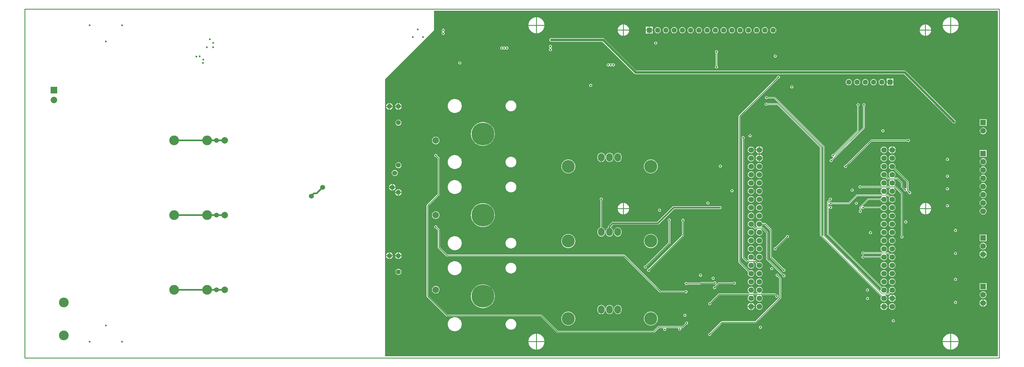
<source format=gbl>
G04 Layer_Physical_Order=4*
G04 Layer_Color=11796480*
%FSLAX43Y43*%
%MOMM*%
G71*
G01*
G75*
%ADD20C,2.000*%
%ADD29C,0.500*%
%ADD30C,0.250*%
%ADD31C,0.150*%
%ADD34C,0.200*%
%ADD36C,0.254*%
%ADD37O,2.000X2.500*%
%ADD38C,7.000*%
%ADD39C,1.524*%
%ADD40C,3.000*%
%ADD41C,1.600*%
%ADD42R,1.600X1.600*%
%ADD45C,1.700*%
%ADD46R,1.750X1.750*%
%ADD47C,1.750*%
%ADD48C,4.000*%
%ADD49R,2.000X2.000*%
%ADD50C,1.800*%
%ADD51R,1.800X1.800*%
%ADD52C,0.600*%
%ADD71C,0.750*%
G36*
X299500Y500D02*
X110900D01*
Y85900D01*
X126000Y101000D01*
X126000Y107000D01*
X299500D01*
Y500D01*
D02*
G37*
%LPC*%
G36*
X167300Y38160D02*
X166879Y38119D01*
X166473Y37996D01*
X166100Y37796D01*
X165772Y37528D01*
X165504Y37200D01*
X165304Y36827D01*
X165181Y36421D01*
X165140Y36000D01*
X165181Y35579D01*
X165304Y35173D01*
X165504Y34800D01*
X165772Y34472D01*
X166100Y34204D01*
X166473Y34004D01*
X166879Y33881D01*
X167300Y33840D01*
X167721Y33881D01*
X168127Y34004D01*
X168500Y34204D01*
X168828Y34472D01*
X169096Y34800D01*
X169296Y35173D01*
X169419Y35579D01*
X169460Y36000D01*
X169419Y36421D01*
X169296Y36827D01*
X169096Y37200D01*
X168828Y37528D01*
X168500Y37796D01*
X168127Y37996D01*
X167721Y38119D01*
X167300Y38160D01*
D02*
G37*
G36*
X149650Y37008D02*
X149327Y36976D01*
X149016Y36882D01*
X148729Y36729D01*
X148478Y36522D01*
X148271Y36271D01*
X148118Y35984D01*
X148024Y35673D01*
X147992Y35350D01*
X148024Y35027D01*
X148118Y34716D01*
X148271Y34429D01*
X148478Y34178D01*
X148729Y33971D01*
X149016Y33818D01*
X149327Y33724D01*
X149650Y33692D01*
X149973Y33724D01*
X150284Y33818D01*
X150571Y33971D01*
X150822Y34178D01*
X151029Y34429D01*
X151182Y34716D01*
X151276Y35027D01*
X151308Y35350D01*
X151276Y35673D01*
X151182Y35984D01*
X151029Y36271D01*
X150822Y36522D01*
X150571Y36729D01*
X150284Y36882D01*
X149973Y36976D01*
X149650Y37008D01*
D02*
G37*
G36*
X223560Y37169D02*
X223299Y37134D01*
X223056Y37033D01*
X222847Y36873D01*
X222686Y36664D01*
X222586Y36421D01*
X222551Y36160D01*
X222586Y35899D01*
X222686Y35656D01*
X222847Y35447D01*
X223056Y35286D01*
X223299Y35186D01*
X223560Y35151D01*
X223821Y35186D01*
X224064Y35286D01*
X224273Y35447D01*
X224433Y35656D01*
X224534Y35899D01*
X224569Y36160D01*
X224534Y36421D01*
X224433Y36664D01*
X224273Y36873D01*
X224064Y37033D01*
X223821Y37134D01*
X223560Y37169D01*
D02*
G37*
G36*
X192700Y38160D02*
X192279Y38119D01*
X191873Y37996D01*
X191500Y37796D01*
X191172Y37528D01*
X190904Y37200D01*
X190704Y36827D01*
X190581Y36421D01*
X190540Y36000D01*
X190581Y35579D01*
X190704Y35173D01*
X190904Y34800D01*
X191172Y34472D01*
X191500Y34204D01*
X191873Y34004D01*
X192279Y33881D01*
X192700Y33840D01*
X193121Y33881D01*
X193527Y34004D01*
X193900Y34204D01*
X194228Y34472D01*
X194496Y34800D01*
X194696Y35173D01*
X194819Y35579D01*
X194860Y36000D01*
X194819Y36421D01*
X194696Y36827D01*
X194496Y37200D01*
X194228Y37528D01*
X193900Y37796D01*
X193527Y37996D01*
X193121Y38119D01*
X192700Y38160D01*
D02*
G37*
G36*
X267000Y34629D02*
X266739Y34594D01*
X266496Y34493D01*
X266287Y34333D01*
X266126Y34124D01*
X266026Y33881D01*
X265991Y33620D01*
X266026Y33359D01*
X266126Y33116D01*
X266287Y32907D01*
X266496Y32746D01*
X266739Y32646D01*
X267000Y32611D01*
X267261Y32646D01*
X267504Y32746D01*
X267713Y32907D01*
X267874Y33116D01*
X267974Y33359D01*
X268009Y33620D01*
X267974Y33881D01*
X267874Y34124D01*
X267713Y34333D01*
X267504Y34493D01*
X267261Y34594D01*
X267000Y34629D01*
D02*
G37*
G36*
X226100D02*
X225839Y34594D01*
X225596Y34493D01*
X225387Y34333D01*
X225227Y34124D01*
X225126Y33881D01*
X225091Y33620D01*
X225126Y33359D01*
X225227Y33116D01*
X225387Y32907D01*
X225596Y32746D01*
X225839Y32646D01*
X226100Y32611D01*
X226361Y32646D01*
X226604Y32746D01*
X226813Y32907D01*
X226973Y33116D01*
X227074Y33359D01*
X227109Y33620D01*
X227074Y33881D01*
X226973Y34124D01*
X226813Y34333D01*
X226604Y34493D01*
X226361Y34594D01*
X226100Y34629D01*
D02*
G37*
G36*
X295000Y35494D02*
X294732Y35459D01*
X294483Y35355D01*
X294269Y35191D01*
X294105Y34977D01*
X294001Y34728D01*
X293966Y34460D01*
X294001Y34192D01*
X294105Y33943D01*
X294269Y33729D01*
X294483Y33565D01*
X294732Y33461D01*
X295000Y33426D01*
X295268Y33461D01*
X295517Y33565D01*
X295731Y33729D01*
X295895Y33943D01*
X295999Y34192D01*
X296034Y34460D01*
X295999Y34728D01*
X295895Y34977D01*
X295731Y35191D01*
X295517Y35355D01*
X295268Y35459D01*
X295000Y35494D01*
D02*
G37*
G36*
X132350Y37510D02*
X131929Y37469D01*
X131523Y37346D01*
X131150Y37146D01*
X130822Y36878D01*
X130554Y36550D01*
X130354Y36177D01*
X130231Y35771D01*
X130190Y35350D01*
X130231Y34929D01*
X130354Y34523D01*
X130554Y34150D01*
X130822Y33822D01*
X131150Y33554D01*
X131523Y33354D01*
X131929Y33231D01*
X132350Y33190D01*
X132771Y33231D01*
X133177Y33354D01*
X133550Y33554D01*
X133878Y33822D01*
X134146Y34150D01*
X134346Y34523D01*
X134469Y34929D01*
X134510Y35350D01*
X134469Y35771D01*
X134346Y36177D01*
X134146Y36550D01*
X133878Y36878D01*
X133550Y37146D01*
X133177Y37346D01*
X132771Y37469D01*
X132350Y37510D01*
D02*
G37*
G36*
X177450Y49409D02*
X177274Y49374D01*
X177126Y49274D01*
X177026Y49126D01*
X176991Y48950D01*
X177026Y48774D01*
X177126Y48626D01*
X177170Y48596D01*
Y40173D01*
X177150Y40170D01*
X176870Y40055D01*
X176630Y39870D01*
X176445Y39630D01*
X176330Y39350D01*
X176290Y39050D01*
Y38550D01*
X176330Y38250D01*
X176445Y37970D01*
X176630Y37730D01*
X176870Y37545D01*
X177150Y37430D01*
X177450Y37390D01*
X177750Y37430D01*
X178030Y37545D01*
X178270Y37730D01*
X178455Y37970D01*
X178570Y38250D01*
X178610Y38550D01*
Y39050D01*
X178570Y39350D01*
X178455Y39630D01*
X178270Y39870D01*
X178030Y40055D01*
X177750Y40170D01*
X177730Y40173D01*
Y48596D01*
X177774Y48626D01*
X177874Y48774D01*
X177909Y48950D01*
X177874Y49126D01*
X177774Y49274D01*
X177626Y49374D01*
X177450Y49409D01*
D02*
G37*
G36*
X234760Y37859D02*
X234584Y37824D01*
X234436Y37724D01*
X234336Y37576D01*
X234301Y37400D01*
X234312Y37348D01*
X231032Y34068D01*
X230980Y34079D01*
X230804Y34044D01*
X230656Y33944D01*
X230556Y33796D01*
X230521Y33620D01*
X230556Y33444D01*
X230656Y33296D01*
X230804Y33196D01*
X230980Y33161D01*
X231156Y33196D01*
X231304Y33296D01*
X231404Y33444D01*
X231439Y33620D01*
X231428Y33672D01*
X234708Y36952D01*
X234760Y36941D01*
X234936Y36976D01*
X235084Y37076D01*
X235184Y37224D01*
X235219Y37400D01*
X235184Y37576D01*
X235084Y37724D01*
X234936Y37824D01*
X234760Y37859D01*
D02*
G37*
G36*
X228300Y80659D02*
X228124Y80624D01*
X227976Y80524D01*
X227876Y80376D01*
X227841Y80200D01*
X227876Y80024D01*
X227976Y79876D01*
X228124Y79776D01*
X228300Y79741D01*
X228476Y79776D01*
X228624Y79876D01*
X228688Y79971D01*
X230705D01*
X245771Y64905D01*
Y37700D01*
X245785Y37627D01*
X245777Y37617D01*
X245588Y37576D01*
X245229Y37935D01*
Y65000D01*
X245212Y65088D01*
X245162Y65162D01*
X231962Y78362D01*
X231888Y78412D01*
X231800Y78429D01*
X228587D01*
X228524Y78524D01*
X228375Y78624D01*
X228200Y78659D01*
X228024Y78624D01*
X227875Y78524D01*
X227776Y78375D01*
X227741Y78200D01*
X227776Y78024D01*
X227875Y77875D01*
X228024Y77776D01*
X228200Y77741D01*
X228375Y77776D01*
X228524Y77875D01*
X228587Y77970D01*
X231705D01*
X244771Y64905D01*
Y37840D01*
X244788Y37752D01*
X244838Y37678D01*
X263606Y18910D01*
X263586Y18884D01*
X263486Y18641D01*
X263451Y18380D01*
X263486Y18119D01*
X263586Y17876D01*
X263747Y17667D01*
X263956Y17507D01*
X264199Y17406D01*
X264460Y17371D01*
X264721Y17406D01*
X264964Y17507D01*
X265173Y17667D01*
X265333Y17876D01*
X265434Y18119D01*
X265469Y18380D01*
X265434Y18641D01*
X265333Y18884D01*
X265173Y19093D01*
X264964Y19253D01*
X264863Y19296D01*
X264897Y19471D01*
X265780D01*
X265868Y19488D01*
X265942Y19538D01*
X266470Y20066D01*
X266496Y20046D01*
X266739Y19946D01*
X267000Y19911D01*
X267261Y19946D01*
X267504Y20046D01*
X267713Y20207D01*
X267874Y20416D01*
X267974Y20659D01*
X268009Y20920D01*
X267974Y21181D01*
X267874Y21424D01*
X267713Y21633D01*
X267504Y21793D01*
X267261Y21894D01*
X267000Y21929D01*
X266739Y21894D01*
X266496Y21793D01*
X266287Y21633D01*
X266126Y21424D01*
X266026Y21181D01*
X265991Y20920D01*
X266026Y20659D01*
X266126Y20416D01*
X266146Y20390D01*
X265685Y19929D01*
X265099D01*
X265040Y20104D01*
X265173Y20207D01*
X265333Y20416D01*
X265434Y20659D01*
X265469Y20920D01*
X265434Y21181D01*
X265333Y21424D01*
X265173Y21633D01*
X264964Y21793D01*
X264721Y21894D01*
X264460Y21929D01*
X264199Y21894D01*
X263956Y21793D01*
X263930Y21774D01*
X247429Y38275D01*
Y46206D01*
X247604Y46223D01*
X247611Y46189D01*
X247711Y46041D01*
X247859Y45941D01*
X248035Y45906D01*
X248211Y45941D01*
X248359Y46041D01*
X248459Y46189D01*
X248494Y46365D01*
X248459Y46541D01*
X248359Y46689D01*
X248211Y46789D01*
X248035Y46824D01*
X247859Y46789D01*
X247711Y46689D01*
X247611Y46541D01*
X247604Y46507D01*
X247429Y46524D01*
Y47476D01*
X247604Y47493D01*
X247611Y47459D01*
X247711Y47311D01*
X247859Y47211D01*
X248035Y47176D01*
X248211Y47211D01*
X248359Y47311D01*
X248423Y47406D01*
X253635D01*
X253723Y47423D01*
X253797Y47473D01*
X256195Y49871D01*
X263847D01*
X263906Y49696D01*
X263747Y49573D01*
X263586Y49364D01*
X263486Y49121D01*
X263482Y49089D01*
X259560D01*
X259560Y49089D01*
X259472Y49072D01*
X259398Y49022D01*
X257033Y46657D01*
X256983Y46583D01*
X256966Y46495D01*
Y45483D01*
X256871Y45419D01*
X256771Y45271D01*
X256736Y45095D01*
X256771Y44919D01*
X256871Y44771D01*
X257019Y44671D01*
X257195Y44636D01*
X257371Y44671D01*
X257519Y44771D01*
X257619Y44919D01*
X257654Y45095D01*
X257619Y45271D01*
X257519Y45419D01*
X257424Y45483D01*
Y46111D01*
X257596Y46144D01*
X257696Y45996D01*
X257844Y45896D01*
X258020Y45861D01*
X258196Y45896D01*
X258344Y45996D01*
X258408Y46091D01*
X263482D01*
X263486Y46059D01*
X263586Y45816D01*
X263747Y45607D01*
X263956Y45446D01*
X264199Y45346D01*
X264460Y45311D01*
X264721Y45346D01*
X264964Y45446D01*
X265173Y45607D01*
X265333Y45816D01*
X265434Y46059D01*
X265469Y46320D01*
X265434Y46581D01*
X265333Y46824D01*
X265173Y47033D01*
X264964Y47193D01*
X264721Y47294D01*
X264460Y47329D01*
X264199Y47294D01*
X263956Y47193D01*
X263747Y47033D01*
X263586Y46824D01*
X263486Y46581D01*
X263482Y46549D01*
X258408D01*
X258344Y46644D01*
X258196Y46744D01*
X258046Y46774D01*
X257998Y46856D01*
X257972Y46948D01*
X259655Y48631D01*
X263482D01*
X263486Y48599D01*
X263586Y48356D01*
X263747Y48147D01*
X263956Y47986D01*
X264199Y47886D01*
X264460Y47851D01*
X264721Y47886D01*
X264964Y47986D01*
X265173Y48147D01*
X265333Y48356D01*
X265434Y48599D01*
X265469Y48860D01*
X265434Y49121D01*
X265333Y49364D01*
X265173Y49573D01*
X265014Y49696D01*
X265073Y49871D01*
X265665D01*
X266146Y49390D01*
X266126Y49364D01*
X266026Y49121D01*
X265991Y48860D01*
X266026Y48599D01*
X266126Y48356D01*
X266287Y48147D01*
X266496Y47986D01*
X266739Y47886D01*
X267000Y47851D01*
X267261Y47886D01*
X267504Y47986D01*
X267713Y48147D01*
X267874Y48356D01*
X267974Y48599D01*
X268009Y48860D01*
X267974Y49121D01*
X267874Y49364D01*
X267713Y49573D01*
X267504Y49733D01*
X267261Y49834D01*
X267000Y49869D01*
X266739Y49834D01*
X266496Y49733D01*
X266470Y49714D01*
X265922Y50262D01*
X265848Y50312D01*
X265760Y50329D01*
X264946D01*
X264911Y50504D01*
X264964Y50527D01*
X265173Y50687D01*
X265333Y50896D01*
X265434Y51139D01*
X265469Y51400D01*
X265434Y51661D01*
X265333Y51904D01*
X265173Y52113D01*
X265002Y52245D01*
X265041Y52410D01*
X265047Y52420D01*
X266413D01*
X266419Y52410D01*
X266458Y52245D01*
X266287Y52113D01*
X266126Y51904D01*
X266026Y51661D01*
X265991Y51400D01*
X266026Y51139D01*
X266126Y50896D01*
X266287Y50687D01*
X266496Y50527D01*
X266739Y50426D01*
X267000Y50391D01*
X267261Y50426D01*
X267504Y50527D01*
X267713Y50687D01*
X267874Y50896D01*
X267974Y51139D01*
X268009Y51400D01*
X267974Y51661D01*
X267874Y51904D01*
X267713Y52113D01*
X267542Y52245D01*
X267581Y52410D01*
X267587Y52420D01*
X267884D01*
X269720Y50584D01*
Y37654D01*
X269676Y37624D01*
X269576Y37476D01*
X269541Y37300D01*
X269576Y37124D01*
X269676Y36976D01*
X269824Y36876D01*
X270000Y36841D01*
X270176Y36876D01*
X270324Y36976D01*
X270424Y37124D01*
X270459Y37300D01*
X270424Y37476D01*
X270324Y37624D01*
X270280Y37654D01*
Y50700D01*
X270259Y50807D01*
X270198Y50898D01*
X268198Y52898D01*
X268107Y52959D01*
X268000Y52980D01*
X267680D01*
X267620Y53155D01*
X267713Y53227D01*
X267874Y53436D01*
X267974Y53679D01*
X268009Y53940D01*
X267974Y54201D01*
X267874Y54444D01*
X267713Y54653D01*
X267594Y54745D01*
X267654Y54920D01*
X268584D01*
X269720Y53784D01*
Y52800D01*
X269741Y52693D01*
X269802Y52602D01*
X270552Y51852D01*
X270541Y51800D01*
X270576Y51624D01*
X270676Y51476D01*
X270824Y51376D01*
X271000Y51341D01*
X271176Y51376D01*
X271278Y51445D01*
X271350Y51466D01*
X271494Y51414D01*
X271502Y51402D01*
X271952Y50952D01*
X271941Y50900D01*
X271976Y50724D01*
X272076Y50576D01*
X272224Y50476D01*
X272400Y50441D01*
X272576Y50476D01*
X272724Y50576D01*
X272824Y50724D01*
X272859Y50900D01*
X272824Y51076D01*
X272724Y51224D01*
X272576Y51324D01*
X272400Y51359D01*
X272348Y51348D01*
X271980Y51716D01*
Y54320D01*
X271959Y54427D01*
X271898Y54518D01*
X267882Y58535D01*
X267974Y58759D01*
X268009Y59020D01*
X267974Y59281D01*
X267874Y59524D01*
X267713Y59733D01*
X267504Y59893D01*
X267261Y59994D01*
X267000Y60029D01*
X266739Y59994D01*
X266496Y59893D01*
X266287Y59733D01*
X266126Y59524D01*
X266026Y59281D01*
X265991Y59020D01*
X266026Y58759D01*
X266126Y58516D01*
X266287Y58307D01*
X266496Y58146D01*
X266739Y58046D01*
X267000Y58011D01*
X267261Y58046D01*
X267485Y58138D01*
X271420Y54204D01*
Y52271D01*
X271245Y52178D01*
X271176Y52224D01*
X271000Y52259D01*
X270948Y52248D01*
X270280Y52916D01*
Y53900D01*
X270259Y54007D01*
X270198Y54098D01*
X268898Y55398D01*
X268807Y55459D01*
X268700Y55480D01*
X267627D01*
X267568Y55655D01*
X267713Y55767D01*
X267874Y55976D01*
X267974Y56219D01*
X268009Y56480D01*
X267974Y56741D01*
X267874Y56984D01*
X267713Y57193D01*
X267504Y57353D01*
X267261Y57454D01*
X267000Y57489D01*
X266739Y57454D01*
X266496Y57353D01*
X266287Y57193D01*
X266126Y56984D01*
X266026Y56741D01*
X265991Y56480D01*
X266026Y56219D01*
X266126Y55976D01*
X266287Y55767D01*
X266432Y55655D01*
X266373Y55480D01*
X265856D01*
X265341Y55995D01*
X265434Y56219D01*
X265469Y56480D01*
X265434Y56741D01*
X265333Y56984D01*
X265173Y57193D01*
X264964Y57353D01*
X264721Y57454D01*
X264460Y57489D01*
X264199Y57454D01*
X263956Y57353D01*
X263747Y57193D01*
X263586Y56984D01*
X263486Y56741D01*
X263451Y56480D01*
X263486Y56219D01*
X263586Y55976D01*
X263747Y55767D01*
X263956Y55606D01*
X264199Y55506D01*
X264460Y55471D01*
X264721Y55506D01*
X264945Y55598D01*
X265542Y55002D01*
X265633Y54941D01*
X265740Y54920D01*
X266346D01*
X266406Y54745D01*
X266287Y54653D01*
X266126Y54444D01*
X266026Y54201D01*
X265991Y53940D01*
X266026Y53679D01*
X266126Y53436D01*
X266287Y53227D01*
X266380Y53155D01*
X266320Y52980D01*
X265140D01*
X265080Y53155D01*
X265173Y53227D01*
X265333Y53436D01*
X265434Y53679D01*
X265469Y53940D01*
X265434Y54201D01*
X265333Y54444D01*
X265173Y54653D01*
X264964Y54813D01*
X264721Y54914D01*
X264460Y54949D01*
X264199Y54914D01*
X263956Y54813D01*
X263747Y54653D01*
X263586Y54444D01*
X263486Y54201D01*
X263451Y53940D01*
X263486Y53679D01*
X263586Y53436D01*
X263747Y53227D01*
X263840Y53155D01*
X263780Y52980D01*
X257454D01*
X257424Y53024D01*
X257276Y53124D01*
X257100Y53159D01*
X256924Y53124D01*
X256776Y53024D01*
X256676Y52876D01*
X256641Y52700D01*
X256676Y52524D01*
X256776Y52376D01*
X256924Y52276D01*
X257100Y52241D01*
X257276Y52276D01*
X257424Y52376D01*
X257454Y52420D01*
X263873D01*
X263879Y52410D01*
X263918Y52245D01*
X263747Y52113D01*
X263586Y51904D01*
X263486Y51661D01*
X263451Y51400D01*
X263486Y51139D01*
X263586Y50896D01*
X263747Y50687D01*
X263956Y50527D01*
X264009Y50504D01*
X263974Y50329D01*
X256100D01*
X256012Y50312D01*
X255938Y50262D01*
X253540Y47864D01*
X248423D01*
X248359Y47959D01*
X248211Y48059D01*
X248035Y48094D01*
X247859Y48059D01*
X247711Y47959D01*
X247611Y47811D01*
X247604Y47777D01*
X247429Y47794D01*
Y48015D01*
X247883Y48468D01*
X247995Y48446D01*
X248171Y48481D01*
X248319Y48581D01*
X248419Y48729D01*
X248454Y48905D01*
X248419Y49081D01*
X248319Y49229D01*
X248171Y49329D01*
X247995Y49364D01*
X247819Y49329D01*
X247671Y49229D01*
X247571Y49081D01*
X247536Y48905D01*
X247558Y48793D01*
X247038Y48272D01*
X246988Y48198D01*
X246971Y48110D01*
Y38180D01*
X246988Y38092D01*
X247038Y38018D01*
X263606Y21450D01*
X263586Y21424D01*
X263486Y21181D01*
X263451Y20920D01*
X263466Y20805D01*
X263301Y20724D01*
X246229Y37795D01*
Y65000D01*
X246212Y65088D01*
X246162Y65162D01*
X230962Y80362D01*
X230888Y80412D01*
X230800Y80429D01*
X228688D01*
X228624Y80524D01*
X228476Y80624D01*
X228300Y80659D01*
D02*
G37*
G36*
X182550Y40210D02*
X182250Y40170D01*
X181970Y40055D01*
X181730Y39870D01*
X181545Y39630D01*
X181430Y39350D01*
X181390Y39050D01*
Y38550D01*
X181430Y38250D01*
X181545Y37970D01*
X181730Y37730D01*
X181970Y37545D01*
X182250Y37430D01*
X182550Y37390D01*
X182850Y37430D01*
X183130Y37545D01*
X183370Y37730D01*
X183555Y37970D01*
X183670Y38250D01*
X183710Y38550D01*
Y39050D01*
X183670Y39350D01*
X183555Y39630D01*
X183370Y39870D01*
X183130Y40055D01*
X182850Y40170D01*
X182550Y40210D01*
D02*
G37*
G36*
X264460Y37169D02*
X264199Y37134D01*
X263956Y37033D01*
X263747Y36873D01*
X263586Y36664D01*
X263486Y36421D01*
X263451Y36160D01*
X263486Y35899D01*
X263586Y35656D01*
X263747Y35447D01*
X263956Y35286D01*
X264199Y35186D01*
X264460Y35151D01*
X264721Y35186D01*
X264964Y35286D01*
X265173Y35447D01*
X265333Y35656D01*
X265434Y35899D01*
X265469Y36160D01*
X265434Y36421D01*
X265333Y36664D01*
X265173Y36873D01*
X264964Y37033D01*
X264721Y37134D01*
X264460Y37169D01*
D02*
G37*
G36*
X226100D02*
X225839Y37134D01*
X225596Y37033D01*
X225387Y36873D01*
X225227Y36664D01*
X225126Y36421D01*
X225091Y36160D01*
X225126Y35899D01*
X225227Y35656D01*
X225387Y35447D01*
X225596Y35286D01*
X225839Y35186D01*
X226100Y35151D01*
X226361Y35186D01*
X226604Y35286D01*
X226813Y35447D01*
X226973Y35656D01*
X227074Y35899D01*
X227109Y36160D01*
X227074Y36421D01*
X226973Y36664D01*
X226813Y36873D01*
X226604Y37033D01*
X226361Y37134D01*
X226100Y37169D01*
D02*
G37*
G36*
X296025Y38025D02*
X293975D01*
Y35975D01*
X296025D01*
Y38025D01*
D02*
G37*
G36*
X267000Y37169D02*
X266739Y37134D01*
X266496Y37033D01*
X266287Y36873D01*
X266126Y36664D01*
X266026Y36421D01*
X265991Y36160D01*
X266026Y35899D01*
X266126Y35656D01*
X266287Y35447D01*
X266496Y35286D01*
X266739Y35186D01*
X267000Y35151D01*
X267261Y35186D01*
X267504Y35286D01*
X267713Y35447D01*
X267874Y35656D01*
X267974Y35899D01*
X268009Y36160D01*
X267974Y36421D01*
X267874Y36664D01*
X267713Y36873D01*
X267504Y37033D01*
X267261Y37134D01*
X267000Y37169D01*
D02*
G37*
G36*
X223560Y34629D02*
X223299Y34594D01*
X223056Y34493D01*
X222847Y34333D01*
X222686Y34124D01*
X222586Y33881D01*
X222551Y33620D01*
X222586Y33359D01*
X222686Y33116D01*
X222847Y32907D01*
X223056Y32746D01*
X223299Y32646D01*
X223560Y32611D01*
X223821Y32646D01*
X224064Y32746D01*
X224273Y32907D01*
X224433Y33116D01*
X224534Y33359D01*
X224569Y33620D01*
X224534Y33881D01*
X224433Y34124D01*
X224273Y34333D01*
X224064Y34493D01*
X223821Y34594D01*
X223560Y34629D01*
D02*
G37*
G36*
X113258Y31373D02*
X112377D01*
Y30492D01*
X112515Y30510D01*
X112762Y30613D01*
X112975Y30775D01*
X113137Y30988D01*
X113240Y31235D01*
X113258Y31373D01*
D02*
G37*
G36*
X114873D02*
X113992D01*
X114010Y31235D01*
X114113Y30988D01*
X114275Y30775D01*
X114488Y30613D01*
X114735Y30510D01*
X114873Y30492D01*
Y31373D01*
D02*
G37*
G36*
X296122Y31793D02*
X295127D01*
Y30798D01*
X295295Y30820D01*
X295569Y30934D01*
X295805Y31115D01*
X295986Y31351D01*
X296100Y31625D01*
X296122Y31793D01*
D02*
G37*
G36*
X294873D02*
X293878D01*
X293900Y31625D01*
X294014Y31351D01*
X294195Y31115D01*
X294431Y30934D01*
X294705Y30820D01*
X294873Y30798D01*
Y31793D01*
D02*
G37*
G36*
X226100Y32089D02*
X225839Y32054D01*
X225596Y31953D01*
X225387Y31793D01*
X225227Y31584D01*
X225126Y31341D01*
X225091Y31080D01*
X225126Y30819D01*
X225227Y30576D01*
X225387Y30367D01*
X225596Y30206D01*
X225839Y30106D01*
X226100Y30071D01*
X226361Y30106D01*
X226604Y30206D01*
X226813Y30367D01*
X226973Y30576D01*
X227074Y30819D01*
X227109Y31080D01*
X227074Y31341D01*
X226973Y31584D01*
X226813Y31793D01*
X226604Y31953D01*
X226361Y32054D01*
X226100Y32089D01*
D02*
G37*
G36*
X198400Y42959D02*
X198224Y42924D01*
X198076Y42824D01*
X197976Y42676D01*
X197941Y42500D01*
X197976Y42324D01*
X198076Y42176D01*
X198120Y42146D01*
Y35516D01*
X191052Y28448D01*
X191000Y28459D01*
X190824Y28424D01*
X190676Y28324D01*
X190576Y28176D01*
X190541Y28000D01*
X190576Y27824D01*
X190676Y27676D01*
X190824Y27576D01*
X191000Y27541D01*
X191176Y27576D01*
X191324Y27676D01*
X191424Y27824D01*
X191459Y28000D01*
X191448Y28052D01*
X198598Y35202D01*
X198659Y35293D01*
X198680Y35400D01*
Y42146D01*
X198724Y42176D01*
X198824Y42324D01*
X198859Y42500D01*
X198824Y42676D01*
X198724Y42824D01*
X198576Y42924D01*
X198400Y42959D01*
D02*
G37*
G36*
X116008Y31373D02*
X115127D01*
Y30492D01*
X115265Y30510D01*
X115512Y30613D01*
X115725Y30775D01*
X115887Y30988D01*
X115990Y31235D01*
X116008Y31373D01*
D02*
G37*
G36*
X112123D02*
X111242D01*
X111260Y31235D01*
X111363Y30988D01*
X111525Y30775D01*
X111738Y30613D01*
X111985Y30510D01*
X112123Y30492D01*
Y31373D01*
D02*
G37*
G36*
X294873Y33042D02*
X294705Y33020D01*
X294431Y32906D01*
X294195Y32725D01*
X294014Y32489D01*
X293900Y32215D01*
X293878Y32047D01*
X294873D01*
Y33042D01*
D02*
G37*
G36*
X286500Y32659D02*
X286324Y32624D01*
X286176Y32524D01*
X286076Y32376D01*
X286041Y32200D01*
X286076Y32024D01*
X286176Y31876D01*
X286324Y31776D01*
X286500Y31741D01*
X286676Y31776D01*
X286824Y31876D01*
X286924Y32024D01*
X286959Y32200D01*
X286924Y32376D01*
X286824Y32524D01*
X286676Y32624D01*
X286500Y32659D01*
D02*
G37*
G36*
X264460Y34629D02*
X264199Y34594D01*
X263956Y34493D01*
X263747Y34333D01*
X263586Y34124D01*
X263486Y33881D01*
X263451Y33620D01*
X263486Y33359D01*
X263586Y33116D01*
X263747Y32907D01*
X263956Y32746D01*
X264057Y32704D01*
X264023Y32529D01*
X258388D01*
X258324Y32624D01*
X258176Y32724D01*
X258000Y32759D01*
X257824Y32724D01*
X257676Y32624D01*
X257576Y32476D01*
X257541Y32300D01*
X257576Y32124D01*
X257676Y31976D01*
X257824Y31876D01*
X258000Y31841D01*
X258176Y31876D01*
X258324Y31976D01*
X258388Y32071D01*
X263821D01*
X263880Y31896D01*
X263747Y31793D01*
X263586Y31584D01*
X263486Y31341D01*
X263482Y31309D01*
X258408D01*
X258344Y31404D01*
X258196Y31504D01*
X258020Y31539D01*
X257844Y31504D01*
X257696Y31404D01*
X257596Y31256D01*
X257561Y31080D01*
X257596Y30904D01*
X257696Y30756D01*
X257844Y30656D01*
X258020Y30621D01*
X258196Y30656D01*
X258344Y30756D01*
X258408Y30851D01*
X263482D01*
X263486Y30819D01*
X263586Y30576D01*
X263747Y30367D01*
X263956Y30206D01*
X264199Y30106D01*
X264460Y30071D01*
X264721Y30106D01*
X264964Y30206D01*
X265173Y30367D01*
X265333Y30576D01*
X265434Y30819D01*
X265469Y31080D01*
X265434Y31341D01*
X265333Y31584D01*
X265173Y31793D01*
X265040Y31896D01*
X265099Y32071D01*
X265685D01*
X266146Y31610D01*
X266126Y31584D01*
X266026Y31341D01*
X265991Y31080D01*
X266026Y30819D01*
X266126Y30576D01*
X266287Y30367D01*
X266496Y30206D01*
X266739Y30106D01*
X267000Y30071D01*
X267261Y30106D01*
X267504Y30206D01*
X267713Y30367D01*
X267874Y30576D01*
X267974Y30819D01*
X268009Y31080D01*
X267974Y31341D01*
X267874Y31584D01*
X267713Y31793D01*
X267504Y31953D01*
X267261Y32054D01*
X267000Y32089D01*
X266739Y32054D01*
X266496Y31953D01*
X266470Y31934D01*
X265942Y32462D01*
X265868Y32512D01*
X265780Y32529D01*
X264897D01*
X264863Y32704D01*
X264964Y32746D01*
X265173Y32907D01*
X265333Y33116D01*
X265434Y33359D01*
X265469Y33620D01*
X265434Y33881D01*
X265333Y34124D01*
X265173Y34333D01*
X264964Y34493D01*
X264721Y34594D01*
X264460Y34629D01*
D02*
G37*
G36*
X295127Y33042D02*
Y32047D01*
X296122D01*
X296100Y32215D01*
X295986Y32489D01*
X295805Y32725D01*
X295569Y32906D01*
X295295Y33020D01*
X295127Y33042D01*
D02*
G37*
G36*
X114873Y32508D02*
X114735Y32490D01*
X114488Y32387D01*
X114275Y32225D01*
X114113Y32012D01*
X114010Y31765D01*
X113992Y31627D01*
X114873D01*
Y32508D01*
D02*
G37*
G36*
X112123Y32508D02*
X111985Y32490D01*
X111738Y32387D01*
X111525Y32225D01*
X111363Y32012D01*
X111260Y31765D01*
X111242Y31627D01*
X112123D01*
Y32508D01*
D02*
G37*
G36*
X112377Y32508D02*
Y31627D01*
X113258D01*
X113240Y31765D01*
X113137Y32012D01*
X112975Y32225D01*
X112762Y32387D01*
X112515Y32490D01*
X112377Y32508D01*
D02*
G37*
G36*
X115127Y32508D02*
Y31627D01*
X116008D01*
X115990Y31765D01*
X115887Y32012D01*
X115725Y32225D01*
X115512Y32387D01*
X115265Y32490D01*
X115127Y32508D01*
D02*
G37*
G36*
X226100Y47329D02*
X225839Y47294D01*
X225596Y47193D01*
X225387Y47033D01*
X225227Y46824D01*
X225126Y46581D01*
X225091Y46320D01*
X225126Y46059D01*
X225227Y45816D01*
X225387Y45607D01*
X225596Y45446D01*
X225839Y45346D01*
X226100Y45311D01*
X226361Y45346D01*
X226604Y45446D01*
X226813Y45607D01*
X226973Y45816D01*
X227074Y46059D01*
X227109Y46320D01*
X227074Y46581D01*
X226973Y46824D01*
X226813Y47033D01*
X226604Y47193D01*
X226361Y47294D01*
X226100Y47329D01*
D02*
G37*
G36*
X223560D02*
X223299Y47294D01*
X223056Y47193D01*
X222847Y47033D01*
X222686Y46824D01*
X222586Y46581D01*
X222551Y46320D01*
X222586Y46059D01*
X222686Y45816D01*
X222847Y45607D01*
X223056Y45446D01*
X223299Y45346D01*
X223560Y45311D01*
X223821Y45346D01*
X224064Y45446D01*
X224273Y45607D01*
X224433Y45816D01*
X224534Y46059D01*
X224569Y46320D01*
X224534Y46581D01*
X224433Y46824D01*
X224273Y47033D01*
X224064Y47193D01*
X223821Y47294D01*
X223560Y47329D01*
D02*
G37*
G36*
X214000Y46759D02*
X213824Y46724D01*
X213800Y46708D01*
X199700D01*
X199544Y46677D01*
X199412Y46588D01*
X199412Y46588D01*
X194731Y41908D01*
X181000D01*
X181000Y41908D01*
X180844Y41877D01*
X180712Y41788D01*
X179712Y40788D01*
X179623Y40656D01*
X179592Y40500D01*
X179592Y40500D01*
Y40126D01*
X179420Y40055D01*
X179180Y39870D01*
X178995Y39630D01*
X178880Y39350D01*
X178840Y39050D01*
Y38550D01*
X178880Y38250D01*
X178995Y37970D01*
X179180Y37730D01*
X179420Y37545D01*
X179700Y37430D01*
X180000Y37390D01*
X180300Y37430D01*
X180580Y37545D01*
X180820Y37730D01*
X181005Y37970D01*
X181120Y38250D01*
X181160Y38550D01*
Y39050D01*
X181120Y39350D01*
X181005Y39630D01*
X180820Y39870D01*
X180580Y40055D01*
X180408Y40126D01*
Y40331D01*
X181169Y41092D01*
X194900D01*
X194900Y41092D01*
X195056Y41123D01*
X195188Y41212D01*
X199869Y45892D01*
X213800D01*
X213824Y45876D01*
X214000Y45841D01*
X214176Y45876D01*
X214324Y45976D01*
X214424Y46124D01*
X214459Y46300D01*
X214424Y46476D01*
X214324Y46624D01*
X214176Y46724D01*
X214000Y46759D01*
D02*
G37*
G36*
X267000Y47329D02*
X266739Y47294D01*
X266496Y47193D01*
X266287Y47033D01*
X266126Y46824D01*
X266026Y46581D01*
X265991Y46320D01*
X266026Y46059D01*
X266126Y45816D01*
X266287Y45607D01*
X266496Y45446D01*
X266739Y45346D01*
X267000Y45311D01*
X267261Y45346D01*
X267504Y45446D01*
X267713Y45607D01*
X267874Y45816D01*
X267974Y46059D01*
X268009Y46320D01*
X267974Y46581D01*
X267874Y46824D01*
X267713Y47033D01*
X267504Y47193D01*
X267261Y47294D01*
X267000Y47329D01*
D02*
G37*
G36*
X277143Y45873D02*
X275520D01*
X275541Y45656D01*
X275642Y45326D01*
X275805Y45021D01*
X276024Y44754D01*
X276291Y44535D01*
X276596Y44372D01*
X276926Y44271D01*
X277143Y44250D01*
Y45873D01*
D02*
G37*
G36*
X186000D02*
X184377D01*
Y44250D01*
X184594Y44271D01*
X184924Y44372D01*
X185229Y44535D01*
X185496Y44754D01*
X185715Y45021D01*
X185878Y45326D01*
X185979Y45656D01*
X186000Y45873D01*
D02*
G37*
G36*
X195400Y45959D02*
X195224Y45924D01*
X195076Y45824D01*
X194976Y45676D01*
X194941Y45500D01*
X194976Y45324D01*
X195076Y45176D01*
X195224Y45076D01*
X195400Y45041D01*
X195576Y45076D01*
X195724Y45176D01*
X195824Y45324D01*
X195859Y45500D01*
X195824Y45676D01*
X195724Y45824D01*
X195576Y45924D01*
X195400Y45959D01*
D02*
G37*
G36*
X279020Y45873D02*
X277397D01*
Y44250D01*
X277614Y44271D01*
X277944Y44372D01*
X278249Y44535D01*
X278516Y44754D01*
X278735Y45021D01*
X278898Y45326D01*
X278999Y45656D01*
X279020Y45873D01*
D02*
G37*
G36*
X295000Y48819D02*
X294726Y48783D01*
X294470Y48677D01*
X294251Y48509D01*
X294083Y48290D01*
X293977Y48034D01*
X293941Y47760D01*
X293977Y47486D01*
X294083Y47230D01*
X294251Y47011D01*
X294470Y46843D01*
X294726Y46737D01*
X295000Y46701D01*
X295274Y46737D01*
X295530Y46843D01*
X295749Y47011D01*
X295917Y47230D01*
X296023Y47486D01*
X296059Y47760D01*
X296023Y48034D01*
X295917Y48290D01*
X295749Y48509D01*
X295530Y48677D01*
X295274Y48783D01*
X295000Y48819D01*
D02*
G37*
G36*
X284000Y47359D02*
X283824Y47324D01*
X283676Y47224D01*
X283576Y47076D01*
X283541Y46900D01*
X283576Y46724D01*
X283676Y46576D01*
X283824Y46476D01*
X284000Y46441D01*
X284176Y46476D01*
X284324Y46576D01*
X284424Y46724D01*
X284459Y46900D01*
X284424Y47076D01*
X284324Y47224D01*
X284176Y47324D01*
X284000Y47359D01*
D02*
G37*
G36*
X210270Y48189D02*
X210094Y48154D01*
X209946Y48054D01*
X209846Y47906D01*
X209811Y47730D01*
X209846Y47554D01*
X209946Y47406D01*
X210094Y47306D01*
X210270Y47271D01*
X210446Y47306D01*
X210594Y47406D01*
X210694Y47554D01*
X210729Y47730D01*
X210694Y47906D01*
X210594Y48054D01*
X210446Y48154D01*
X210270Y48189D01*
D02*
G37*
G36*
X255965Y48094D02*
X255789Y48059D01*
X255641Y47959D01*
X255541Y47811D01*
X255506Y47635D01*
X255541Y47459D01*
X255641Y47311D01*
X255789Y47211D01*
X255965Y47176D01*
X256141Y47211D01*
X256289Y47311D01*
X256389Y47459D01*
X256424Y47635D01*
X256389Y47811D01*
X256289Y47959D01*
X256141Y48059D01*
X255965Y48094D01*
D02*
G37*
G36*
X184377Y47750D02*
Y46127D01*
X186000D01*
X185979Y46344D01*
X185878Y46674D01*
X185715Y46979D01*
X185496Y47246D01*
X185229Y47465D01*
X184924Y47628D01*
X184594Y47729D01*
X184377Y47750D01*
D02*
G37*
G36*
X184123D02*
X183906Y47729D01*
X183576Y47628D01*
X183271Y47465D01*
X183004Y47246D01*
X182785Y46979D01*
X182622Y46674D01*
X182521Y46344D01*
X182500Y46127D01*
X184123D01*
Y47750D01*
D02*
G37*
G36*
X277397D02*
Y46127D01*
X279020D01*
X278999Y46344D01*
X278898Y46674D01*
X278735Y46979D01*
X278516Y47246D01*
X278249Y47465D01*
X277944Y47628D01*
X277614Y47729D01*
X277397Y47750D01*
D02*
G37*
G36*
X277143D02*
X276926Y47729D01*
X276596Y47628D01*
X276291Y47465D01*
X276024Y47246D01*
X275805Y46979D01*
X275642Y46674D01*
X275541Y46344D01*
X275520Y46127D01*
X277143D01*
Y47750D01*
D02*
G37*
G36*
X184123Y45873D02*
X182500D01*
X182521Y45656D01*
X182622Y45326D01*
X182785Y45021D01*
X183004Y44754D01*
X183271Y44535D01*
X183576Y44372D01*
X183906Y44271D01*
X184123Y44250D01*
Y45873D01*
D02*
G37*
G36*
X264460Y42249D02*
X264199Y42214D01*
X263956Y42113D01*
X263747Y41953D01*
X263586Y41744D01*
X263486Y41501D01*
X263451Y41240D01*
X263486Y40979D01*
X263586Y40736D01*
X263747Y40527D01*
X263956Y40367D01*
X264199Y40266D01*
X264460Y40231D01*
X264721Y40266D01*
X264964Y40367D01*
X265173Y40527D01*
X265333Y40736D01*
X265434Y40979D01*
X265469Y41240D01*
X265434Y41501D01*
X265333Y41744D01*
X265173Y41953D01*
X264964Y42113D01*
X264721Y42214D01*
X264460Y42249D01*
D02*
G37*
G36*
X286500Y39759D02*
X286324Y39724D01*
X286176Y39624D01*
X286076Y39476D01*
X286041Y39300D01*
X286076Y39124D01*
X286176Y38976D01*
X286324Y38876D01*
X286500Y38841D01*
X286676Y38876D01*
X286824Y38976D01*
X286924Y39124D01*
X286959Y39300D01*
X286924Y39476D01*
X286824Y39624D01*
X286676Y39724D01*
X286500Y39759D01*
D02*
G37*
G36*
X226100Y42249D02*
X225839Y42214D01*
X225596Y42113D01*
X225387Y41953D01*
X225227Y41744D01*
X225126Y41501D01*
X225091Y41240D01*
X225126Y40979D01*
X225227Y40736D01*
X225387Y40527D01*
X225480Y40455D01*
X225420Y40280D01*
X224916D01*
X224441Y40755D01*
X224534Y40979D01*
X224569Y41240D01*
X224534Y41501D01*
X224433Y41744D01*
X224273Y41953D01*
X224064Y42113D01*
X223821Y42214D01*
X223560Y42249D01*
X223299Y42214D01*
X223056Y42113D01*
X222847Y41953D01*
X222686Y41744D01*
X222586Y41501D01*
X222551Y41240D01*
X222586Y40979D01*
X222686Y40736D01*
X222847Y40527D01*
X223056Y40367D01*
X223299Y40266D01*
X223560Y40231D01*
X223821Y40266D01*
X224045Y40358D01*
X224602Y39802D01*
X224693Y39741D01*
X224800Y39720D01*
X225513D01*
X225519Y39710D01*
X225558Y39545D01*
X225387Y39413D01*
X225227Y39204D01*
X225126Y38961D01*
X225091Y38700D01*
X225126Y38439D01*
X225227Y38196D01*
X225387Y37987D01*
X225596Y37826D01*
X225839Y37726D01*
X226100Y37691D01*
X226361Y37726D01*
X226604Y37826D01*
X226813Y37987D01*
X226973Y38196D01*
X227074Y38439D01*
X227109Y38700D01*
X227074Y38961D01*
X226973Y39204D01*
X226813Y39413D01*
X226642Y39545D01*
X226681Y39710D01*
X226687Y39720D01*
X226984D01*
X228220Y38484D01*
Y30500D01*
X228241Y30393D01*
X228302Y30302D01*
X233252Y25352D01*
X233241Y25300D01*
X233276Y25124D01*
X233376Y24976D01*
X233524Y24876D01*
X233700Y24841D01*
X233876Y24876D01*
X234024Y24976D01*
X234124Y25124D01*
X234159Y25300D01*
X234124Y25476D01*
X234024Y25624D01*
X233876Y25724D01*
X233700Y25759D01*
X233648Y25748D01*
X228780Y30616D01*
Y38600D01*
X228759Y38707D01*
X228698Y38798D01*
X227298Y40198D01*
X227207Y40259D01*
X227100Y40280D01*
X226780D01*
X226720Y40455D01*
X226813Y40527D01*
X226973Y40736D01*
X227066Y40960D01*
X227744D01*
X229420Y39284D01*
Y31000D01*
X229441Y30893D01*
X229502Y30802D01*
X233252Y27052D01*
X233241Y27000D01*
X233276Y26824D01*
X233376Y26676D01*
X233524Y26576D01*
X233700Y26541D01*
X233876Y26576D01*
X234024Y26676D01*
X234124Y26824D01*
X234159Y27000D01*
X234124Y27176D01*
X234024Y27324D01*
X233876Y27424D01*
X233700Y27459D01*
X233648Y27448D01*
X229980Y31116D01*
Y39400D01*
X229959Y39507D01*
X229898Y39598D01*
X228058Y41438D01*
X227967Y41499D01*
X227860Y41520D01*
X227066D01*
X226973Y41744D01*
X226813Y41953D01*
X226604Y42113D01*
X226361Y42214D01*
X226100Y42249D01*
D02*
G37*
G36*
X267000D02*
X266739Y42214D01*
X266496Y42113D01*
X266287Y41953D01*
X266126Y41744D01*
X266026Y41501D01*
X265991Y41240D01*
X266026Y40979D01*
X266126Y40736D01*
X266287Y40527D01*
X266496Y40367D01*
X266739Y40266D01*
X267000Y40231D01*
X267261Y40266D01*
X267504Y40367D01*
X267713Y40527D01*
X267874Y40736D01*
X267974Y40979D01*
X268009Y41240D01*
X267974Y41501D01*
X267874Y41744D01*
X267713Y41953D01*
X267504Y42113D01*
X267261Y42214D01*
X267000Y42249D01*
D02*
G37*
G36*
X264460Y39709D02*
X264199Y39674D01*
X263956Y39573D01*
X263747Y39413D01*
X263586Y39204D01*
X263486Y38961D01*
X263451Y38700D01*
X263486Y38439D01*
X263586Y38196D01*
X263747Y37987D01*
X263956Y37826D01*
X264199Y37726D01*
X264460Y37691D01*
X264721Y37726D01*
X264964Y37826D01*
X265173Y37987D01*
X265333Y38196D01*
X265434Y38439D01*
X265469Y38700D01*
X265434Y38961D01*
X265333Y39204D01*
X265173Y39413D01*
X264964Y39573D01*
X264721Y39674D01*
X264460Y39709D01*
D02*
G37*
G36*
X223560D02*
X223299Y39674D01*
X223056Y39573D01*
X222847Y39413D01*
X222686Y39204D01*
X222586Y38961D01*
X222551Y38700D01*
X222586Y38439D01*
X222686Y38196D01*
X222847Y37987D01*
X223056Y37826D01*
X223299Y37726D01*
X223560Y37691D01*
X223821Y37726D01*
X224064Y37826D01*
X224273Y37987D01*
X224433Y38196D01*
X224534Y38439D01*
X224569Y38700D01*
X224534Y38961D01*
X224433Y39204D01*
X224273Y39413D01*
X224064Y39573D01*
X223821Y39674D01*
X223560Y39709D01*
D02*
G37*
G36*
X260300Y39059D02*
X260124Y39024D01*
X259976Y38924D01*
X259876Y38776D01*
X259841Y38600D01*
X259876Y38424D01*
X259976Y38276D01*
X260124Y38176D01*
X260300Y38141D01*
X260476Y38176D01*
X260624Y38276D01*
X260724Y38424D01*
X260759Y38600D01*
X260724Y38776D01*
X260624Y38924D01*
X260476Y39024D01*
X260300Y39059D01*
D02*
G37*
G36*
X267000Y39709D02*
X266739Y39674D01*
X266496Y39573D01*
X266287Y39413D01*
X266126Y39204D01*
X266026Y38961D01*
X265991Y38700D01*
X266026Y38439D01*
X266126Y38196D01*
X266287Y37987D01*
X266496Y37826D01*
X266739Y37726D01*
X267000Y37691D01*
X267261Y37726D01*
X267504Y37826D01*
X267713Y37987D01*
X267874Y38196D01*
X267974Y38439D01*
X268009Y38700D01*
X267974Y38961D01*
X267874Y39204D01*
X267713Y39413D01*
X267504Y39573D01*
X267261Y39674D01*
X267000Y39709D01*
D02*
G37*
G36*
Y44789D02*
X266739Y44754D01*
X266496Y44653D01*
X266287Y44493D01*
X266126Y44284D01*
X266026Y44041D01*
X265991Y43780D01*
X266026Y43519D01*
X266126Y43276D01*
X266287Y43067D01*
X266496Y42907D01*
X266739Y42806D01*
X267000Y42771D01*
X267261Y42806D01*
X267504Y42907D01*
X267713Y43067D01*
X267874Y43276D01*
X267974Y43519D01*
X268009Y43780D01*
X267974Y44041D01*
X267874Y44284D01*
X267713Y44493D01*
X267504Y44653D01*
X267261Y44754D01*
X267000Y44789D01*
D02*
G37*
G36*
X264460D02*
X264199Y44754D01*
X263956Y44653D01*
X263747Y44493D01*
X263586Y44284D01*
X263486Y44041D01*
X263451Y43780D01*
X263486Y43519D01*
X263586Y43276D01*
X263747Y43067D01*
X263956Y42907D01*
X264199Y42806D01*
X264460Y42771D01*
X264721Y42806D01*
X264964Y42907D01*
X265173Y43067D01*
X265333Y43276D01*
X265434Y43519D01*
X265469Y43780D01*
X265434Y44041D01*
X265333Y44284D01*
X265173Y44493D01*
X264964Y44653D01*
X264721Y44754D01*
X264460Y44789D01*
D02*
G37*
G36*
X295000Y46279D02*
X294726Y46243D01*
X294470Y46137D01*
X294251Y45969D01*
X294083Y45750D01*
X293977Y45494D01*
X293941Y45220D01*
X293977Y44946D01*
X294083Y44690D01*
X294251Y44471D01*
X294470Y44303D01*
X294726Y44197D01*
X295000Y44161D01*
X295274Y44197D01*
X295530Y44303D01*
X295749Y44471D01*
X295917Y44690D01*
X296023Y44946D01*
X296059Y45220D01*
X296023Y45494D01*
X295917Y45750D01*
X295749Y45969D01*
X295530Y46137D01*
X295274Y46243D01*
X295000Y46279D01*
D02*
G37*
G36*
X126500Y45160D02*
X126200Y45120D01*
X125920Y45005D01*
X125680Y44820D01*
X125495Y44580D01*
X125380Y44300D01*
X125340Y44000D01*
X125380Y43700D01*
X125495Y43420D01*
X125680Y43180D01*
X125920Y42995D01*
X126200Y42880D01*
X126500Y42840D01*
X126800Y42880D01*
X127080Y42995D01*
X127320Y43180D01*
X127505Y43420D01*
X127620Y43700D01*
X127660Y44000D01*
X127620Y44300D01*
X127505Y44580D01*
X127320Y44820D01*
X127080Y45005D01*
X126800Y45120D01*
X126500Y45160D01*
D02*
G37*
G36*
X271200Y42359D02*
X271024Y42324D01*
X270876Y42224D01*
X270776Y42076D01*
X270741Y41900D01*
X270776Y41724D01*
X270876Y41576D01*
X271024Y41476D01*
X271200Y41441D01*
X271376Y41476D01*
X271524Y41576D01*
X271624Y41724D01*
X271659Y41900D01*
X271624Y42076D01*
X271524Y42224D01*
X271376Y42324D01*
X271200Y42359D01*
D02*
G37*
G36*
X141000Y47661D02*
X140427Y47616D01*
X139869Y47482D01*
X139338Y47262D01*
X138848Y46962D01*
X138411Y46589D01*
X138038Y46152D01*
X137738Y45662D01*
X137518Y45131D01*
X137384Y44573D01*
X137339Y44000D01*
X137384Y43427D01*
X137518Y42869D01*
X137738Y42338D01*
X138038Y41848D01*
X138411Y41411D01*
X138848Y41038D01*
X139338Y40738D01*
X139869Y40518D01*
X140427Y40384D01*
X141000Y40339D01*
X141573Y40384D01*
X142131Y40518D01*
X142662Y40738D01*
X143152Y41038D01*
X143589Y41411D01*
X143962Y41848D01*
X144262Y42338D01*
X144482Y42869D01*
X144616Y43427D01*
X144661Y44000D01*
X144616Y44573D01*
X144482Y45131D01*
X144262Y45662D01*
X143962Y46152D01*
X143589Y46589D01*
X143152Y46962D01*
X142662Y47262D01*
X142131Y47482D01*
X141573Y47616D01*
X141000Y47661D01*
D02*
G37*
G36*
X226100Y44789D02*
X225839Y44754D01*
X225596Y44653D01*
X225387Y44493D01*
X225227Y44284D01*
X225126Y44041D01*
X225091Y43780D01*
X225126Y43519D01*
X225227Y43276D01*
X225387Y43067D01*
X225596Y42907D01*
X225839Y42806D01*
X226100Y42771D01*
X226361Y42806D01*
X226604Y42907D01*
X226813Y43067D01*
X226973Y43276D01*
X227074Y43519D01*
X227109Y43780D01*
X227074Y44041D01*
X226973Y44284D01*
X226813Y44493D01*
X226604Y44653D01*
X226361Y44754D01*
X226100Y44789D01*
D02*
G37*
G36*
X223560D02*
X223299Y44754D01*
X223056Y44653D01*
X222847Y44493D01*
X222686Y44284D01*
X222586Y44041D01*
X222551Y43780D01*
X222586Y43519D01*
X222686Y43276D01*
X222847Y43067D01*
X223056Y42907D01*
X223299Y42806D01*
X223560Y42771D01*
X223821Y42806D01*
X224064Y42907D01*
X224273Y43067D01*
X224433Y43276D01*
X224534Y43519D01*
X224569Y43780D01*
X224534Y44041D01*
X224433Y44284D01*
X224273Y44493D01*
X224064Y44653D01*
X223821Y44754D01*
X223560Y44789D01*
D02*
G37*
G36*
X267000Y29549D02*
X266739Y29514D01*
X266496Y29413D01*
X266287Y29253D01*
X266126Y29044D01*
X266026Y28801D01*
X265991Y28540D01*
X266026Y28279D01*
X266126Y28036D01*
X266287Y27827D01*
X266496Y27667D01*
X266739Y27566D01*
X267000Y27531D01*
X267261Y27566D01*
X267504Y27667D01*
X267713Y27827D01*
X267874Y28036D01*
X267974Y28279D01*
X268009Y28540D01*
X267974Y28801D01*
X267874Y29044D01*
X267713Y29253D01*
X267504Y29413D01*
X267261Y29514D01*
X267000Y29549D01*
D02*
G37*
G36*
X265557Y15713D02*
X264587D01*
Y14743D01*
X264748Y14764D01*
X265017Y14876D01*
X265247Y15053D01*
X265424Y15283D01*
X265536Y15552D01*
X265557Y15713D01*
D02*
G37*
G36*
X264333D02*
X263363D01*
X263384Y15552D01*
X263496Y15283D01*
X263673Y15053D01*
X263903Y14876D01*
X264172Y14764D01*
X264333Y14743D01*
Y15713D01*
D02*
G37*
G36*
X226100Y16849D02*
X225839Y16814D01*
X225596Y16713D01*
X225387Y16553D01*
X225227Y16344D01*
X225126Y16101D01*
X225091Y15840D01*
X225126Y15579D01*
X225227Y15336D01*
X225387Y15127D01*
X225596Y14967D01*
X225839Y14866D01*
X226100Y14831D01*
X226361Y14866D01*
X226604Y14967D01*
X226813Y15127D01*
X226973Y15336D01*
X227074Y15579D01*
X227109Y15840D01*
X227074Y16101D01*
X226973Y16344D01*
X226813Y16553D01*
X226604Y16713D01*
X226361Y16814D01*
X226100Y16849D01*
D02*
G37*
G36*
X223433Y15713D02*
X222463D01*
X222484Y15552D01*
X222596Y15283D01*
X222773Y15053D01*
X223003Y14876D01*
X223272Y14764D01*
X223433Y14743D01*
Y15713D01*
D02*
G37*
G36*
X180000Y16310D02*
X179700Y16270D01*
X179420Y16155D01*
X179180Y15970D01*
X178995Y15730D01*
X178880Y15450D01*
X178840Y15150D01*
Y14650D01*
X178880Y14350D01*
X178995Y14070D01*
X179180Y13830D01*
X179420Y13645D01*
X179700Y13530D01*
X180000Y13490D01*
X180300Y13530D01*
X180580Y13645D01*
X180820Y13830D01*
X181005Y14070D01*
X181120Y14350D01*
X181160Y14650D01*
Y15150D01*
X181120Y15450D01*
X181005Y15730D01*
X180820Y15970D01*
X180580Y16155D01*
X180300Y16270D01*
X180000Y16310D01*
D02*
G37*
G36*
X177450D02*
X177150Y16270D01*
X176870Y16155D01*
X176630Y15970D01*
X176445Y15730D01*
X176330Y15450D01*
X176290Y15150D01*
Y14650D01*
X176330Y14350D01*
X176445Y14070D01*
X176630Y13830D01*
X176870Y13645D01*
X177150Y13530D01*
X177450Y13490D01*
X177750Y13530D01*
X178030Y13645D01*
X178270Y13830D01*
X178455Y14070D01*
X178570Y14350D01*
X178610Y14650D01*
Y15150D01*
X178570Y15450D01*
X178455Y15730D01*
X178270Y15970D01*
X178030Y16155D01*
X177750Y16270D01*
X177450Y16310D01*
D02*
G37*
G36*
X224657Y15713D02*
X223687D01*
Y14743D01*
X223848Y14764D01*
X224117Y14876D01*
X224347Y15053D01*
X224524Y15283D01*
X224636Y15552D01*
X224657Y15713D01*
D02*
G37*
G36*
X182550Y16310D02*
X182250Y16270D01*
X181970Y16155D01*
X181730Y15970D01*
X181545Y15730D01*
X181430Y15450D01*
X181390Y15150D01*
Y14650D01*
X181430Y14350D01*
X181545Y14070D01*
X181730Y13830D01*
X181970Y13645D01*
X182250Y13530D01*
X182550Y13490D01*
X182850Y13530D01*
X183130Y13645D01*
X183370Y13830D01*
X183555Y14070D01*
X183670Y14350D01*
X183710Y14650D01*
Y15150D01*
X183670Y15450D01*
X183555Y15730D01*
X183370Y15970D01*
X183130Y16155D01*
X182850Y16270D01*
X182550Y16310D01*
D02*
G37*
G36*
X264587Y16937D02*
Y15967D01*
X265557D01*
X265536Y16128D01*
X265424Y16397D01*
X265247Y16627D01*
X265017Y16804D01*
X264748Y16916D01*
X264587Y16937D01*
D02*
G37*
G36*
X264333Y16937D02*
X264172Y16916D01*
X263903Y16804D01*
X263673Y16627D01*
X263496Y16397D01*
X263384Y16128D01*
X263363Y15967D01*
X264333D01*
Y16937D01*
D02*
G37*
G36*
X223687D02*
Y15967D01*
X224657D01*
X224636Y16128D01*
X224524Y16397D01*
X224347Y16627D01*
X224117Y16804D01*
X223848Y16916D01*
X223687Y16937D01*
D02*
G37*
G36*
X223433Y16937D02*
X223272Y16916D01*
X223003Y16804D01*
X222773Y16627D01*
X222596Y16397D01*
X222484Y16128D01*
X222463Y15967D01*
X223433D01*
Y16937D01*
D02*
G37*
G36*
X141000Y22661D02*
X140427Y22616D01*
X139869Y22482D01*
X139338Y22262D01*
X138848Y21962D01*
X138411Y21589D01*
X138038Y21152D01*
X137738Y20662D01*
X137518Y20131D01*
X137384Y19573D01*
X137339Y19000D01*
X137384Y18427D01*
X137518Y17869D01*
X137738Y17338D01*
X138038Y16848D01*
X138411Y16411D01*
X138848Y16038D01*
X139338Y15738D01*
X139869Y15518D01*
X140427Y15384D01*
X141000Y15339D01*
X141573Y15384D01*
X142131Y15518D01*
X142662Y15738D01*
X143152Y16038D01*
X143589Y16411D01*
X143962Y16848D01*
X144262Y17338D01*
X144482Y17869D01*
X144616Y18427D01*
X144661Y19000D01*
X144616Y19573D01*
X144482Y20131D01*
X144262Y20662D01*
X143962Y21152D01*
X143589Y21589D01*
X143152Y21962D01*
X142662Y22262D01*
X142131Y22482D01*
X141573Y22616D01*
X141000Y22661D01*
D02*
G37*
G36*
X267000Y16849D02*
X266739Y16814D01*
X266496Y16713D01*
X266287Y16553D01*
X266126Y16344D01*
X266026Y16101D01*
X265991Y15840D01*
X266026Y15579D01*
X266126Y15336D01*
X266287Y15127D01*
X266496Y14967D01*
X266739Y14866D01*
X267000Y14831D01*
X267261Y14866D01*
X267504Y14967D01*
X267713Y15127D01*
X267874Y15336D01*
X267974Y15579D01*
X268009Y15840D01*
X267974Y16101D01*
X267874Y16344D01*
X267713Y16553D01*
X267504Y16713D01*
X267261Y16814D01*
X267000Y16849D01*
D02*
G37*
G36*
X296122Y16793D02*
X295127D01*
Y15798D01*
X295295Y15820D01*
X295569Y15934D01*
X295805Y16115D01*
X295986Y16351D01*
X296100Y16625D01*
X296122Y16793D01*
D02*
G37*
G36*
X294873D02*
X293878D01*
X293900Y16625D01*
X294014Y16351D01*
X294195Y16115D01*
X294431Y15934D01*
X294705Y15820D01*
X294873Y15798D01*
Y16793D01*
D02*
G37*
G36*
X203200Y13559D02*
X203024Y13524D01*
X202876Y13424D01*
X202776Y13276D01*
X202741Y13100D01*
X202776Y12924D01*
X202876Y12776D01*
X203024Y12676D01*
X203200Y12641D01*
X203376Y12676D01*
X203524Y12776D01*
X203624Y12924D01*
X203659Y13100D01*
X203624Y13276D01*
X203524Y13424D01*
X203376Y13524D01*
X203200Y13559D01*
D02*
G37*
G36*
X285127Y7453D02*
Y5127D01*
X287453D01*
X287418Y5481D01*
X287278Y5944D01*
X287050Y6370D01*
X286744Y6744D01*
X286370Y7050D01*
X285944Y7278D01*
X285481Y7418D01*
X285127Y7453D01*
D02*
G37*
G36*
X284873Y7453D02*
X284519Y7418D01*
X284056Y7278D01*
X283630Y7050D01*
X283256Y6744D01*
X282950Y6370D01*
X282722Y5944D01*
X282582Y5481D01*
X282547Y5127D01*
X284873D01*
Y7453D01*
D02*
G37*
G36*
X157627Y7453D02*
Y5127D01*
X159953D01*
X159918Y5481D01*
X159778Y5944D01*
X159550Y6370D01*
X159244Y6744D01*
X158870Y7050D01*
X158444Y7278D01*
X157981Y7418D01*
X157627Y7453D01*
D02*
G37*
G36*
X157373Y7453D02*
X157019Y7418D01*
X156556Y7278D01*
X156130Y7050D01*
X155756Y6744D01*
X155450Y6370D01*
X155222Y5944D01*
X155082Y5481D01*
X155047Y5127D01*
X157373D01*
Y7453D01*
D02*
G37*
G36*
X287453Y4873D02*
X285127D01*
Y2547D01*
X285481Y2581D01*
X285944Y2722D01*
X286370Y2950D01*
X286744Y3256D01*
X287050Y3630D01*
X287278Y4056D01*
X287418Y4519D01*
X287453Y4873D01*
D02*
G37*
G36*
X284873D02*
X282547D01*
X282582Y4519D01*
X282722Y4056D01*
X282950Y3630D01*
X283256Y3256D01*
X283630Y2950D01*
X284056Y2722D01*
X284519Y2581D01*
X284873Y2547D01*
Y4873D01*
D02*
G37*
G36*
X157373Y4873D02*
X155047D01*
X155082Y4519D01*
X155222Y4056D01*
X155450Y3630D01*
X155756Y3256D01*
X156130Y2950D01*
X156556Y2722D01*
X157019Y2582D01*
X157373Y2547D01*
Y4873D01*
D02*
G37*
G36*
X159953D02*
X157627D01*
Y2547D01*
X157981Y2582D01*
X158444Y2722D01*
X158870Y2950D01*
X159244Y3256D01*
X159550Y3630D01*
X159778Y4056D01*
X159918Y4519D01*
X159953Y4873D01*
D02*
G37*
G36*
X192700Y14260D02*
X192279Y14219D01*
X191873Y14096D01*
X191500Y13896D01*
X191172Y13628D01*
X190904Y13300D01*
X190704Y12927D01*
X190581Y12521D01*
X190540Y12100D01*
X190581Y11679D01*
X190704Y11273D01*
X190904Y10900D01*
X191172Y10572D01*
X191500Y10304D01*
X191873Y10104D01*
X192279Y9981D01*
X192700Y9940D01*
X193121Y9981D01*
X193527Y10104D01*
X193900Y10304D01*
X194228Y10572D01*
X194496Y10900D01*
X194696Y11273D01*
X194819Y11679D01*
X194860Y12100D01*
X194819Y12521D01*
X194696Y12927D01*
X194496Y13300D01*
X194228Y13628D01*
X193900Y13896D01*
X193527Y14096D01*
X193121Y14219D01*
X192700Y14260D01*
D02*
G37*
G36*
X167300D02*
X166879Y14219D01*
X166473Y14096D01*
X166100Y13896D01*
X165772Y13628D01*
X165504Y13300D01*
X165304Y12927D01*
X165181Y12521D01*
X165140Y12100D01*
X165181Y11679D01*
X165304Y11273D01*
X165504Y10900D01*
X165772Y10572D01*
X166100Y10304D01*
X166473Y10104D01*
X166879Y9981D01*
X167300Y9940D01*
X167721Y9981D01*
X168127Y10104D01*
X168500Y10304D01*
X168828Y10572D01*
X169096Y10900D01*
X169296Y11273D01*
X169419Y11679D01*
X169460Y12100D01*
X169419Y12521D01*
X169296Y12927D01*
X169096Y13300D01*
X168828Y13628D01*
X168500Y13896D01*
X168127Y14096D01*
X167721Y14219D01*
X167300Y14260D01*
D02*
G37*
G36*
X267330Y11889D02*
X267154Y11854D01*
X267006Y11754D01*
X266906Y11606D01*
X266871Y11430D01*
X266906Y11254D01*
X267006Y11106D01*
X267154Y11006D01*
X267330Y10971D01*
X267506Y11006D01*
X267654Y11106D01*
X267754Y11254D01*
X267789Y11430D01*
X267754Y11606D01*
X267654Y11754D01*
X267506Y11854D01*
X267330Y11889D01*
D02*
G37*
G36*
X126500Y62859D02*
X126324Y62824D01*
X126176Y62724D01*
X126076Y62576D01*
X126041Y62400D01*
X126076Y62224D01*
X126176Y62076D01*
X126324Y61976D01*
X126500Y61941D01*
X126552Y61952D01*
X127145Y61359D01*
Y50541D01*
X123802Y47198D01*
X123741Y47107D01*
X123720Y47000D01*
Y19000D01*
X123741Y18893D01*
X123802Y18802D01*
X129802Y12802D01*
X129893Y12741D01*
X130000Y12720D01*
X158884D01*
X163802Y7802D01*
X163893Y7741D01*
X164000Y7720D01*
X193600D01*
X193707Y7741D01*
X193798Y7802D01*
X195216Y9220D01*
X196529D01*
X196622Y9045D01*
X196576Y8976D01*
X196541Y8800D01*
X196576Y8624D01*
X196676Y8476D01*
X196824Y8376D01*
X197000Y8341D01*
X197176Y8376D01*
X197324Y8476D01*
X197424Y8624D01*
X197459Y8800D01*
X197424Y8976D01*
X197378Y9045D01*
X197471Y9220D01*
X201078D01*
X201170Y9045D01*
X201141Y8900D01*
X201176Y8724D01*
X201276Y8576D01*
X201424Y8476D01*
X201600Y8441D01*
X201776Y8476D01*
X201924Y8576D01*
X202024Y8724D01*
X202059Y8900D01*
X202030Y9045D01*
X202122Y9220D01*
X202500D01*
X202607Y9241D01*
X202698Y9302D01*
X203678Y10282D01*
X203730Y10271D01*
X203906Y10306D01*
X204054Y10406D01*
X204154Y10554D01*
X204189Y10730D01*
X204154Y10906D01*
X204054Y11054D01*
X203906Y11154D01*
X203730Y11189D01*
X203554Y11154D01*
X203406Y11054D01*
X203306Y10906D01*
X203271Y10730D01*
X203282Y10678D01*
X202384Y9780D01*
X195100D01*
X194993Y9759D01*
X194902Y9698D01*
X193484Y8280D01*
X164116D01*
X159198Y13198D01*
X159107Y13259D01*
X159000Y13280D01*
X130116D01*
X124280Y19116D01*
Y46884D01*
X127623Y50227D01*
X127684Y50318D01*
X127705Y50425D01*
Y61475D01*
X127684Y61582D01*
X127623Y61673D01*
X126948Y62348D01*
X126959Y62400D01*
X126924Y62576D01*
X126824Y62724D01*
X126676Y62824D01*
X126500Y62859D01*
D02*
G37*
G36*
X132350Y12510D02*
X131929Y12469D01*
X131523Y12346D01*
X131150Y12146D01*
X130822Y11878D01*
X130554Y11550D01*
X130354Y11177D01*
X130231Y10771D01*
X130190Y10350D01*
X130231Y9929D01*
X130354Y9523D01*
X130554Y9150D01*
X130822Y8822D01*
X131150Y8554D01*
X131523Y8354D01*
X131929Y8231D01*
X132350Y8190D01*
X132771Y8231D01*
X133177Y8354D01*
X133550Y8554D01*
X133878Y8822D01*
X134146Y9150D01*
X134346Y9523D01*
X134469Y9929D01*
X134510Y10350D01*
X134469Y10771D01*
X134346Y11177D01*
X134146Y11550D01*
X133878Y11878D01*
X133550Y12146D01*
X133177Y12346D01*
X132771Y12469D01*
X132350Y12510D01*
D02*
G37*
G36*
X231600Y25959D02*
X231424Y25924D01*
X231276Y25824D01*
X231176Y25676D01*
X231141Y25500D01*
X231176Y25324D01*
X231276Y25176D01*
X231424Y25076D01*
X231600Y25041D01*
X231652Y25052D01*
X232220Y24484D01*
Y18616D01*
X224884Y11280D01*
X214600D01*
X214493Y11259D01*
X214402Y11198D01*
X210877Y7673D01*
X210825Y7684D01*
X210649Y7649D01*
X210501Y7549D01*
X210401Y7401D01*
X210366Y7225D01*
X210401Y7049D01*
X210501Y6901D01*
X210649Y6801D01*
X210825Y6766D01*
X211001Y6801D01*
X211149Y6901D01*
X211249Y7049D01*
X211284Y7225D01*
X211273Y7277D01*
X214716Y10720D01*
X225000D01*
X225107Y10741D01*
X225198Y10802D01*
X232698Y18302D01*
X232759Y18393D01*
X232780Y18500D01*
Y24600D01*
X232759Y24707D01*
X232698Y24798D01*
X232048Y25448D01*
X232059Y25500D01*
X232024Y25676D01*
X231924Y25824D01*
X231776Y25924D01*
X231600Y25959D01*
D02*
G37*
G36*
X226430Y9889D02*
X226254Y9854D01*
X226106Y9754D01*
X226006Y9606D01*
X225971Y9430D01*
X226006Y9254D01*
X226106Y9106D01*
X226254Y9006D01*
X226430Y8971D01*
X226606Y9006D01*
X226754Y9106D01*
X226854Y9254D01*
X226889Y9430D01*
X226854Y9606D01*
X226754Y9754D01*
X226606Y9854D01*
X226430Y9889D01*
D02*
G37*
G36*
X149650Y12008D02*
X149327Y11976D01*
X149016Y11882D01*
X148729Y11729D01*
X148478Y11522D01*
X148271Y11271D01*
X148118Y10984D01*
X148024Y10673D01*
X147992Y10350D01*
X148024Y10027D01*
X148118Y9716D01*
X148271Y9429D01*
X148478Y9178D01*
X148729Y8971D01*
X149016Y8818D01*
X149327Y8724D01*
X149650Y8692D01*
X149973Y8724D01*
X150284Y8818D01*
X150571Y8971D01*
X150822Y9178D01*
X151029Y9429D01*
X151182Y9716D01*
X151276Y10027D01*
X151308Y10350D01*
X151276Y10673D01*
X151182Y10984D01*
X151029Y11271D01*
X150822Y11522D01*
X150571Y11729D01*
X150284Y11882D01*
X149973Y11976D01*
X149650Y12008D01*
D02*
G37*
G36*
X226100Y27009D02*
X225839Y26974D01*
X225596Y26873D01*
X225387Y26713D01*
X225227Y26504D01*
X225126Y26261D01*
X225091Y26000D01*
X225126Y25739D01*
X225227Y25496D01*
X225387Y25287D01*
X225596Y25126D01*
X225839Y25026D01*
X226100Y24991D01*
X226361Y25026D01*
X226604Y25126D01*
X226813Y25287D01*
X226973Y25496D01*
X227074Y25739D01*
X227109Y26000D01*
X227074Y26261D01*
X226973Y26504D01*
X226813Y26713D01*
X226604Y26873D01*
X226361Y26974D01*
X226100Y27009D01*
D02*
G37*
G36*
X211900Y24959D02*
X211724Y24924D01*
X211576Y24824D01*
X211476Y24676D01*
X211441Y24500D01*
X211476Y24324D01*
X211576Y24176D01*
X211724Y24076D01*
X211900Y24041D01*
X212076Y24076D01*
X212224Y24176D01*
X212324Y24324D01*
X212359Y24500D01*
X212324Y24676D01*
X212224Y24824D01*
X212076Y24924D01*
X211900Y24959D01*
D02*
G37*
G36*
X267000Y27009D02*
X266739Y26974D01*
X266496Y26873D01*
X266287Y26713D01*
X266126Y26504D01*
X266026Y26261D01*
X265991Y26000D01*
X266026Y25739D01*
X266126Y25496D01*
X266287Y25287D01*
X266496Y25126D01*
X266739Y25026D01*
X267000Y24991D01*
X267261Y25026D01*
X267504Y25126D01*
X267713Y25287D01*
X267874Y25496D01*
X267974Y25739D01*
X268009Y26000D01*
X267974Y26261D01*
X267874Y26504D01*
X267713Y26713D01*
X267504Y26873D01*
X267261Y26974D01*
X267000Y27009D01*
D02*
G37*
G36*
X264460D02*
X264199Y26974D01*
X263956Y26873D01*
X263747Y26713D01*
X263586Y26504D01*
X263486Y26261D01*
X263451Y26000D01*
X263486Y25739D01*
X263586Y25496D01*
X263747Y25287D01*
X263956Y25126D01*
X264199Y25026D01*
X264460Y24991D01*
X264721Y25026D01*
X264964Y25126D01*
X265173Y25287D01*
X265333Y25496D01*
X265434Y25739D01*
X265469Y26000D01*
X265434Y26261D01*
X265333Y26504D01*
X265173Y26713D01*
X264964Y26873D01*
X264721Y26974D01*
X264460Y27009D01*
D02*
G37*
G36*
X218400Y23459D02*
X218224Y23424D01*
X218076Y23324D01*
X218046Y23280D01*
X213665D01*
X213558Y23259D01*
X213467Y23198D01*
X212352Y22083D01*
X212300Y22094D01*
X212124Y22059D01*
X211976Y21959D01*
X211876Y21811D01*
X211841Y21635D01*
X211876Y21459D01*
X211976Y21311D01*
X212124Y21211D01*
X212300Y21176D01*
X212476Y21211D01*
X212624Y21311D01*
X212724Y21459D01*
X212759Y21635D01*
X212748Y21687D01*
X213781Y22720D01*
X218046D01*
X218076Y22676D01*
X218224Y22576D01*
X218400Y22541D01*
X218576Y22576D01*
X218724Y22676D01*
X218824Y22824D01*
X218859Y23000D01*
X218824Y23176D01*
X218724Y23324D01*
X218576Y23424D01*
X218400Y23459D01*
D02*
G37*
G36*
X267000Y24469D02*
X266739Y24434D01*
X266496Y24333D01*
X266287Y24173D01*
X266126Y23964D01*
X266026Y23721D01*
X265991Y23460D01*
X266026Y23199D01*
X266126Y22956D01*
X266287Y22747D01*
X266496Y22587D01*
X266739Y22486D01*
X267000Y22451D01*
X267261Y22486D01*
X267504Y22587D01*
X267713Y22747D01*
X267874Y22956D01*
X267974Y23199D01*
X268009Y23460D01*
X267974Y23721D01*
X267874Y23964D01*
X267713Y24173D01*
X267504Y24333D01*
X267261Y24434D01*
X267000Y24469D01*
D02*
G37*
G36*
X286500Y24659D02*
X286324Y24624D01*
X286176Y24524D01*
X286076Y24376D01*
X286041Y24200D01*
X286076Y24024D01*
X286176Y23876D01*
X286324Y23776D01*
X286500Y23741D01*
X286676Y23776D01*
X286824Y23876D01*
X286924Y24024D01*
X286959Y24200D01*
X286924Y24376D01*
X286824Y24524D01*
X286676Y24624D01*
X286500Y24659D01*
D02*
G37*
G36*
X212400Y23559D02*
X212224Y23524D01*
X212076Y23424D01*
X212046Y23380D01*
X208100D01*
X207993Y23359D01*
X207902Y23298D01*
X207784Y23180D01*
X203954D01*
X203924Y23224D01*
X203776Y23324D01*
X203600Y23359D01*
X203424Y23324D01*
X203276Y23224D01*
X203176Y23076D01*
X203141Y22900D01*
X203176Y22724D01*
X203276Y22576D01*
X203424Y22476D01*
X203600Y22441D01*
X203776Y22476D01*
X203924Y22576D01*
X203954Y22620D01*
X207900D01*
X208007Y22641D01*
X208098Y22702D01*
X208216Y22820D01*
X212046D01*
X212076Y22776D01*
X212224Y22676D01*
X212400Y22641D01*
X212576Y22676D01*
X212724Y22776D01*
X212824Y22924D01*
X212859Y23100D01*
X212824Y23276D01*
X212724Y23424D01*
X212576Y23524D01*
X212400Y23559D01*
D02*
G37*
G36*
X202600Y42859D02*
X202424Y42824D01*
X202276Y42724D01*
X202176Y42576D01*
X202141Y42400D01*
X202176Y42224D01*
X202276Y42076D01*
X202320Y42046D01*
Y37716D01*
X192052Y27448D01*
X192000Y27459D01*
X191824Y27424D01*
X191676Y27324D01*
X191576Y27176D01*
X191541Y27000D01*
X191576Y26824D01*
X191676Y26676D01*
X191824Y26576D01*
X192000Y26541D01*
X192176Y26576D01*
X192324Y26676D01*
X192424Y26824D01*
X192459Y27000D01*
X192448Y27052D01*
X202798Y37402D01*
X202859Y37493D01*
X202880Y37600D01*
Y42046D01*
X202924Y42076D01*
X203024Y42224D01*
X203059Y42400D01*
X203024Y42576D01*
X202924Y42724D01*
X202776Y42824D01*
X202600Y42859D01*
D02*
G37*
G36*
X229900Y27959D02*
X229724Y27924D01*
X229576Y27824D01*
X229476Y27676D01*
X229441Y27500D01*
X229476Y27324D01*
X229576Y27176D01*
X229724Y27076D01*
X229900Y27041D01*
X230076Y27076D01*
X230224Y27176D01*
X230324Y27324D01*
X230359Y27500D01*
X230324Y27676D01*
X230224Y27824D01*
X230076Y27924D01*
X229900Y27959D01*
D02*
G37*
G36*
X264460Y29549D02*
X264199Y29514D01*
X263956Y29413D01*
X263747Y29253D01*
X263586Y29044D01*
X263486Y28801D01*
X263451Y28540D01*
X263486Y28279D01*
X263586Y28036D01*
X263747Y27827D01*
X263956Y27667D01*
X264199Y27566D01*
X264460Y27531D01*
X264721Y27566D01*
X264964Y27667D01*
X265173Y27827D01*
X265333Y28036D01*
X265434Y28279D01*
X265469Y28540D01*
X265434Y28801D01*
X265333Y29044D01*
X265173Y29253D01*
X264964Y29413D01*
X264721Y29514D01*
X264460Y29549D01*
D02*
G37*
G36*
X221100Y68359D02*
X220924Y68324D01*
X220776Y68224D01*
X220676Y68076D01*
X220641Y67900D01*
X220676Y67724D01*
X220776Y67576D01*
X220820Y67546D01*
Y31000D01*
X220841Y30893D01*
X220902Y30802D01*
X222102Y29602D01*
X222193Y29541D01*
X222300Y29520D01*
X222907D01*
X222966Y29345D01*
X222847Y29253D01*
X222686Y29044D01*
X222586Y28801D01*
X222551Y28540D01*
X222586Y28279D01*
X222686Y28036D01*
X222847Y27827D01*
X223056Y27667D01*
X223299Y27566D01*
X223560Y27531D01*
X223821Y27566D01*
X224064Y27667D01*
X224273Y27827D01*
X224433Y28036D01*
X224534Y28279D01*
X224569Y28540D01*
X224534Y28801D01*
X224433Y29044D01*
X224273Y29253D01*
X224154Y29345D01*
X224213Y29520D01*
X224724D01*
X225218Y29025D01*
X225126Y28801D01*
X225091Y28540D01*
X225126Y28279D01*
X225227Y28036D01*
X225387Y27827D01*
X225596Y27667D01*
X225839Y27566D01*
X226100Y27531D01*
X226361Y27566D01*
X226604Y27667D01*
X226813Y27827D01*
X226973Y28036D01*
X227074Y28279D01*
X227109Y28540D01*
X227074Y28801D01*
X226973Y29044D01*
X226813Y29253D01*
X226604Y29413D01*
X226361Y29514D01*
X226100Y29549D01*
X225839Y29514D01*
X225615Y29421D01*
X225038Y29998D01*
X224947Y30059D01*
X224840Y30080D01*
X224187D01*
X224128Y30255D01*
X224273Y30367D01*
X224433Y30576D01*
X224534Y30819D01*
X224569Y31080D01*
X224534Y31341D01*
X224433Y31584D01*
X224273Y31793D01*
X224064Y31953D01*
X223821Y32054D01*
X223560Y32089D01*
X223299Y32054D01*
X223056Y31953D01*
X222847Y31793D01*
X222686Y31584D01*
X222586Y31341D01*
X222551Y31080D01*
X222586Y30819D01*
X222686Y30576D01*
X222847Y30367D01*
X222992Y30255D01*
X222933Y30080D01*
X222416D01*
X221380Y31116D01*
Y67546D01*
X221424Y67576D01*
X221524Y67724D01*
X221559Y67900D01*
X221524Y68076D01*
X221424Y68224D01*
X221276Y68324D01*
X221100Y68359D01*
D02*
G37*
G36*
X132350Y29810D02*
X131929Y29769D01*
X131523Y29646D01*
X131150Y29446D01*
X130822Y29178D01*
X130554Y28850D01*
X130354Y28477D01*
X130231Y28071D01*
X130190Y27650D01*
X130231Y27229D01*
X130354Y26823D01*
X130554Y26450D01*
X130822Y26122D01*
X131150Y25854D01*
X131523Y25654D01*
X131929Y25531D01*
X132350Y25490D01*
X132771Y25531D01*
X133177Y25654D01*
X133550Y25854D01*
X133878Y26122D01*
X134146Y26450D01*
X134346Y26823D01*
X134469Y27229D01*
X134510Y27650D01*
X134469Y28071D01*
X134346Y28477D01*
X134146Y28850D01*
X133878Y29178D01*
X133550Y29446D01*
X133177Y29646D01*
X132771Y29769D01*
X132350Y29810D01*
D02*
G37*
G36*
X208000Y25959D02*
X207824Y25924D01*
X207676Y25824D01*
X207576Y25676D01*
X207541Y25500D01*
X207576Y25324D01*
X207676Y25176D01*
X207824Y25076D01*
X208000Y25041D01*
X208176Y25076D01*
X208324Y25176D01*
X208424Y25324D01*
X208459Y25500D01*
X208424Y25676D01*
X208324Y25824D01*
X208176Y25924D01*
X208000Y25959D01*
D02*
G37*
G36*
X149650Y29308D02*
X149327Y29276D01*
X149016Y29182D01*
X148729Y29029D01*
X148478Y28822D01*
X148271Y28571D01*
X148118Y28284D01*
X148024Y27973D01*
X147992Y27650D01*
X148024Y27327D01*
X148118Y27016D01*
X148271Y26729D01*
X148478Y26478D01*
X148729Y26271D01*
X149016Y26118D01*
X149327Y26024D01*
X149650Y25992D01*
X149973Y26024D01*
X150284Y26118D01*
X150571Y26271D01*
X150822Y26478D01*
X151029Y26729D01*
X151182Y27016D01*
X151276Y27327D01*
X151308Y27650D01*
X151276Y27973D01*
X151182Y28284D01*
X151029Y28571D01*
X150822Y28822D01*
X150571Y29029D01*
X150284Y29182D01*
X149973Y29276D01*
X149650Y29308D01*
D02*
G37*
G36*
X115000Y27420D02*
X114762Y27389D01*
X114540Y27297D01*
X114350Y27150D01*
X114203Y26960D01*
X114111Y26738D01*
X114080Y26500D01*
X114111Y26262D01*
X114203Y26040D01*
X114350Y25850D01*
X114540Y25703D01*
X114762Y25611D01*
X115000Y25580D01*
X115238Y25611D01*
X115460Y25703D01*
X115650Y25850D01*
X115797Y26040D01*
X115889Y26262D01*
X115920Y26500D01*
X115889Y26738D01*
X115797Y26960D01*
X115650Y27150D01*
X115460Y27297D01*
X115238Y27389D01*
X115000Y27420D01*
D02*
G37*
G36*
X264460Y24469D02*
X264199Y24434D01*
X263956Y24333D01*
X263747Y24173D01*
X263586Y23964D01*
X263486Y23721D01*
X263451Y23460D01*
X263486Y23199D01*
X263586Y22956D01*
X263747Y22747D01*
X263956Y22587D01*
X264199Y22486D01*
X264460Y22451D01*
X264721Y22486D01*
X264964Y22587D01*
X265173Y22747D01*
X265333Y22956D01*
X265434Y23199D01*
X265469Y23460D01*
X265434Y23721D01*
X265333Y23964D01*
X265173Y24173D01*
X264964Y24333D01*
X264721Y24434D01*
X264460Y24469D01*
D02*
G37*
G36*
X259400Y18759D02*
X259224Y18724D01*
X259076Y18624D01*
X258976Y18476D01*
X258941Y18300D01*
X258976Y18124D01*
X259076Y17976D01*
X259224Y17876D01*
X259400Y17841D01*
X259576Y17876D01*
X259724Y17976D01*
X259824Y18124D01*
X259859Y18300D01*
X259824Y18476D01*
X259724Y18624D01*
X259576Y18724D01*
X259400Y18759D01*
D02*
G37*
G36*
X268097Y18253D02*
X267127D01*
Y17283D01*
X267288Y17304D01*
X267557Y17416D01*
X267787Y17593D01*
X267964Y17823D01*
X268076Y18092D01*
X268097Y18253D01*
D02*
G37*
G36*
X266873Y19477D02*
X266712Y19456D01*
X266443Y19344D01*
X266213Y19167D01*
X266036Y18937D01*
X265924Y18668D01*
X265903Y18507D01*
X266873D01*
Y19477D01*
D02*
G37*
G36*
X295000Y20494D02*
X294732Y20459D01*
X294483Y20355D01*
X294269Y20191D01*
X294105Y19977D01*
X294001Y19728D01*
X293966Y19460D01*
X294001Y19192D01*
X294105Y18943D01*
X294269Y18729D01*
X294483Y18565D01*
X294732Y18461D01*
X295000Y18426D01*
X295268Y18461D01*
X295517Y18565D01*
X295731Y18729D01*
X295895Y18943D01*
X295999Y19192D01*
X296034Y19460D01*
X295999Y19728D01*
X295895Y19977D01*
X295731Y20191D01*
X295517Y20355D01*
X295268Y20459D01*
X295000Y20494D01*
D02*
G37*
G36*
X294873Y18042D02*
X294705Y18020D01*
X294431Y17906D01*
X294195Y17725D01*
X294014Y17489D01*
X293900Y17215D01*
X293878Y17047D01*
X294873D01*
Y18042D01*
D02*
G37*
G36*
X286500Y17559D02*
X286324Y17524D01*
X286176Y17424D01*
X286076Y17276D01*
X286041Y17100D01*
X286076Y16924D01*
X286176Y16776D01*
X286324Y16676D01*
X286500Y16641D01*
X286676Y16676D01*
X286824Y16776D01*
X286924Y16924D01*
X286959Y17100D01*
X286924Y17276D01*
X286824Y17424D01*
X286676Y17524D01*
X286500Y17559D01*
D02*
G37*
G36*
X266873Y18253D02*
X265903D01*
X265924Y18092D01*
X266036Y17823D01*
X266213Y17593D01*
X266443Y17416D01*
X266712Y17304D01*
X266873Y17283D01*
Y18253D01*
D02*
G37*
G36*
X295127Y18042D02*
Y17047D01*
X296122D01*
X296100Y17215D01*
X295986Y17489D01*
X295805Y17725D01*
X295569Y17906D01*
X295295Y18020D01*
X295127Y18042D01*
D02*
G37*
G36*
X296025Y23025D02*
X293975D01*
Y20975D01*
X296025D01*
Y23025D01*
D02*
G37*
G36*
X259400Y21359D02*
X259224Y21324D01*
X259076Y21224D01*
X258976Y21076D01*
X258941Y20900D01*
X258976Y20724D01*
X259076Y20576D01*
X259224Y20476D01*
X259400Y20441D01*
X259576Y20476D01*
X259724Y20576D01*
X259824Y20724D01*
X259859Y20900D01*
X259824Y21076D01*
X259724Y21224D01*
X259576Y21324D01*
X259400Y21359D01*
D02*
G37*
G36*
X226100Y24469D02*
X225839Y24434D01*
X225596Y24333D01*
X225387Y24173D01*
X225227Y23964D01*
X225126Y23721D01*
X225091Y23460D01*
X225126Y23199D01*
X225227Y22956D01*
X225387Y22747D01*
X225596Y22587D01*
X225839Y22486D01*
X226100Y22451D01*
X226361Y22486D01*
X226604Y22587D01*
X226813Y22747D01*
X226973Y22956D01*
X227074Y23199D01*
X227109Y23460D01*
X227074Y23721D01*
X226973Y23964D01*
X226813Y24173D01*
X226604Y24333D01*
X226361Y24434D01*
X226100Y24469D01*
D02*
G37*
G36*
X223560D02*
X223299Y24434D01*
X223056Y24333D01*
X222847Y24173D01*
X222686Y23964D01*
X222586Y23721D01*
X222551Y23460D01*
X222586Y23199D01*
X222686Y22956D01*
X222847Y22747D01*
X223056Y22587D01*
X223299Y22486D01*
X223560Y22451D01*
X223821Y22486D01*
X224064Y22587D01*
X224273Y22747D01*
X224433Y22956D01*
X224534Y23199D01*
X224569Y23460D01*
X224534Y23721D01*
X224433Y23964D01*
X224273Y24173D01*
X224064Y24333D01*
X223821Y24434D01*
X223560Y24469D01*
D02*
G37*
G36*
X126500Y22160D02*
X126200Y22120D01*
X125920Y22005D01*
X125680Y21820D01*
X125495Y21580D01*
X125380Y21300D01*
X125340Y21000D01*
X125380Y20700D01*
X125495Y20420D01*
X125680Y20180D01*
X125920Y19995D01*
X126200Y19880D01*
X126500Y19840D01*
X126800Y19880D01*
X127080Y19995D01*
X127320Y20180D01*
X127505Y20420D01*
X127620Y20700D01*
X127660Y21000D01*
X127620Y21300D01*
X127505Y21580D01*
X127320Y21820D01*
X127080Y22005D01*
X126800Y22120D01*
X126500Y22160D01*
D02*
G37*
G36*
X267127Y19477D02*
Y18507D01*
X268097D01*
X268076Y18668D01*
X267964Y18937D01*
X267787Y19167D01*
X267557Y19344D01*
X267288Y19456D01*
X267127Y19477D01*
D02*
G37*
G36*
X126500Y40859D02*
X126324Y40824D01*
X126176Y40724D01*
X126076Y40576D01*
X126041Y40400D01*
X126076Y40224D01*
X126176Y40076D01*
X126324Y39976D01*
X126500Y39941D01*
X126552Y39952D01*
X127195Y39309D01*
Y34025D01*
X127216Y33918D01*
X127277Y33827D01*
X129802Y31302D01*
X129893Y31241D01*
X130000Y31220D01*
X184384D01*
X195437Y20167D01*
X195528Y20106D01*
X195635Y20085D01*
X203181D01*
X203211Y20041D01*
X203359Y19941D01*
X203535Y19906D01*
X203711Y19941D01*
X203859Y20041D01*
X203959Y20189D01*
X203994Y20365D01*
X203959Y20541D01*
X203859Y20689D01*
X203711Y20789D01*
X203535Y20824D01*
X203359Y20789D01*
X203211Y20689D01*
X203181Y20645D01*
X195751D01*
X184698Y31698D01*
X184607Y31759D01*
X184500Y31780D01*
X130116D01*
X127755Y34141D01*
Y39425D01*
X127734Y39532D01*
X127673Y39623D01*
X126948Y40348D01*
X126959Y40400D01*
X126924Y40576D01*
X126824Y40724D01*
X126676Y40824D01*
X126500Y40859D01*
D02*
G37*
G36*
X226100Y21929D02*
X225839Y21894D01*
X225596Y21793D01*
X225387Y21633D01*
X225227Y21424D01*
X225126Y21181D01*
X225091Y20920D01*
X225126Y20659D01*
X225227Y20416D01*
X225387Y20207D01*
X225584Y20055D01*
X225585Y20037D01*
X225488Y19880D01*
X224172D01*
X224075Y20037D01*
X224076Y20055D01*
X224273Y20207D01*
X224433Y20416D01*
X224534Y20659D01*
X224569Y20920D01*
X224534Y21181D01*
X224433Y21424D01*
X224273Y21633D01*
X224064Y21793D01*
X223821Y21894D01*
X223560Y21929D01*
X223299Y21894D01*
X223056Y21793D01*
X222847Y21633D01*
X222686Y21424D01*
X222586Y21181D01*
X222551Y20920D01*
X222586Y20659D01*
X222686Y20416D01*
X222847Y20207D01*
X223044Y20055D01*
X223045Y20037D01*
X222948Y19880D01*
X213750D01*
X213643Y19859D01*
X213552Y19798D01*
X210877Y17123D01*
X210825Y17134D01*
X210649Y17099D01*
X210501Y16999D01*
X210401Y16851D01*
X210366Y16675D01*
X210401Y16499D01*
X210501Y16351D01*
X210649Y16251D01*
X210825Y16216D01*
X211001Y16251D01*
X211149Y16351D01*
X211249Y16499D01*
X211284Y16675D01*
X211273Y16727D01*
X213866Y19320D01*
X222854D01*
X222914Y19145D01*
X222847Y19093D01*
X222686Y18884D01*
X222586Y18641D01*
X222551Y18380D01*
X222586Y18119D01*
X222686Y17876D01*
X222847Y17667D01*
X223056Y17507D01*
X223299Y17406D01*
X223560Y17371D01*
X223821Y17406D01*
X224064Y17507D01*
X224273Y17667D01*
X224433Y17876D01*
X224534Y18119D01*
X224569Y18380D01*
X224534Y18641D01*
X224433Y18884D01*
X224273Y19093D01*
X224206Y19145D01*
X224266Y19320D01*
X225394D01*
X225454Y19145D01*
X225387Y19093D01*
X225227Y18884D01*
X225126Y18641D01*
X225091Y18380D01*
X225126Y18119D01*
X225227Y17876D01*
X225387Y17667D01*
X225596Y17507D01*
X225839Y17406D01*
X226100Y17371D01*
X226361Y17406D01*
X226604Y17507D01*
X226813Y17667D01*
X226973Y17876D01*
X227074Y18119D01*
X227109Y18380D01*
X227074Y18641D01*
X226973Y18884D01*
X226813Y19093D01*
X226746Y19145D01*
X226806Y19320D01*
X230784D01*
X231052Y19052D01*
X231041Y19000D01*
X231076Y18824D01*
X231176Y18676D01*
X231324Y18576D01*
X231500Y18541D01*
X231676Y18576D01*
X231824Y18676D01*
X231924Y18824D01*
X231959Y19000D01*
X231924Y19176D01*
X231824Y19324D01*
X231676Y19424D01*
X231500Y19459D01*
X231448Y19448D01*
X231098Y19798D01*
X231007Y19859D01*
X230900Y19880D01*
X226712D01*
X226615Y20037D01*
X226616Y20055D01*
X226813Y20207D01*
X226973Y20416D01*
X227074Y20659D01*
X227109Y20920D01*
X227074Y21181D01*
X226973Y21424D01*
X226813Y21633D01*
X226604Y21793D01*
X226361Y21894D01*
X226100Y21929D01*
D02*
G37*
G36*
X267404Y86054D02*
X266477D01*
Y85127D01*
X267404D01*
Y86054D01*
D02*
G37*
G36*
X266223D02*
X265296D01*
Y85127D01*
X266223D01*
Y86054D01*
D02*
G37*
G36*
X212950Y94809D02*
X212774Y94774D01*
X212626Y94674D01*
X212526Y94526D01*
X212491Y94350D01*
X212526Y94174D01*
X212626Y94026D01*
X212695Y93979D01*
Y90021D01*
X212626Y89974D01*
X212526Y89826D01*
X212491Y89650D01*
X212526Y89474D01*
X212626Y89326D01*
X212774Y89226D01*
X212950Y89191D01*
X213126Y89226D01*
X213274Y89326D01*
X213374Y89474D01*
X213409Y89650D01*
X213374Y89826D01*
X213274Y89974D01*
X213205Y90021D01*
Y93979D01*
X213274Y94026D01*
X213374Y94174D01*
X213409Y94350D01*
X213374Y94526D01*
X213274Y94674D01*
X213126Y94774D01*
X212950Y94809D01*
D02*
G37*
G36*
X232000Y86959D02*
X231824Y86924D01*
X231676Y86824D01*
X231576Y86676D01*
X231541Y86500D01*
X231552Y86448D01*
X219802Y74698D01*
X219741Y74607D01*
X219720Y74500D01*
Y29560D01*
X219741Y29453D01*
X219802Y29362D01*
X222678Y26485D01*
X222586Y26261D01*
X222551Y26000D01*
X222586Y25739D01*
X222686Y25496D01*
X222847Y25287D01*
X223056Y25126D01*
X223299Y25026D01*
X223560Y24991D01*
X223821Y25026D01*
X224064Y25126D01*
X224273Y25287D01*
X224433Y25496D01*
X224534Y25739D01*
X224569Y26000D01*
X224534Y26261D01*
X224433Y26504D01*
X224273Y26713D01*
X224064Y26873D01*
X223821Y26974D01*
X223560Y27009D01*
X223299Y26974D01*
X223075Y26882D01*
X220280Y29676D01*
Y74384D01*
X231948Y86052D01*
X232000Y86041D01*
X232176Y86076D01*
X232324Y86176D01*
X232424Y86324D01*
X232459Y86500D01*
X232424Y86676D01*
X232324Y86824D01*
X232176Y86924D01*
X232000Y86959D01*
D02*
G37*
G36*
X258730Y85958D02*
X258482Y85926D01*
X258251Y85830D01*
X258052Y85678D01*
X257900Y85479D01*
X257804Y85248D01*
X257772Y85000D01*
X257804Y84752D01*
X257900Y84521D01*
X258052Y84322D01*
X258251Y84170D01*
X258482Y84074D01*
X258730Y84042D01*
X258978Y84074D01*
X259209Y84170D01*
X259408Y84322D01*
X259560Y84521D01*
X259656Y84752D01*
X259688Y85000D01*
X259656Y85248D01*
X259560Y85479D01*
X259408Y85678D01*
X259209Y85830D01*
X258978Y85926D01*
X258730Y85958D01*
D02*
G37*
G36*
X256190D02*
X255942Y85926D01*
X255711Y85830D01*
X255512Y85678D01*
X255360Y85479D01*
X255264Y85248D01*
X255232Y85000D01*
X255264Y84752D01*
X255360Y84521D01*
X255512Y84322D01*
X255711Y84170D01*
X255942Y84074D01*
X256190Y84042D01*
X256438Y84074D01*
X256669Y84170D01*
X256868Y84322D01*
X257020Y84521D01*
X257116Y84752D01*
X257148Y85000D01*
X257116Y85248D01*
X257020Y85479D01*
X256868Y85678D01*
X256669Y85830D01*
X256438Y85926D01*
X256190Y85958D01*
D02*
G37*
G36*
X263810D02*
X263562Y85926D01*
X263331Y85830D01*
X263132Y85678D01*
X262980Y85479D01*
X262884Y85248D01*
X262852Y85000D01*
X262884Y84752D01*
X262980Y84521D01*
X263132Y84322D01*
X263331Y84170D01*
X263562Y84074D01*
X263810Y84042D01*
X264058Y84074D01*
X264289Y84170D01*
X264488Y84322D01*
X264640Y84521D01*
X264736Y84752D01*
X264768Y85000D01*
X264736Y85248D01*
X264640Y85479D01*
X264488Y85678D01*
X264289Y85830D01*
X264058Y85926D01*
X263810Y85958D01*
D02*
G37*
G36*
X261270D02*
X261022Y85926D01*
X260791Y85830D01*
X260592Y85678D01*
X260440Y85479D01*
X260344Y85248D01*
X260312Y85000D01*
X260344Y84752D01*
X260440Y84521D01*
X260592Y84322D01*
X260791Y84170D01*
X261022Y84074D01*
X261270Y84042D01*
X261518Y84074D01*
X261749Y84170D01*
X261948Y84322D01*
X262100Y84521D01*
X262196Y84752D01*
X262228Y85000D01*
X262196Y85248D01*
X262100Y85479D01*
X261948Y85678D01*
X261749Y85830D01*
X261518Y85926D01*
X261270Y85958D01*
D02*
G37*
G36*
X194200Y97459D02*
X194024Y97424D01*
X193876Y97324D01*
X193776Y97176D01*
X193741Y97000D01*
X193776Y96824D01*
X193876Y96676D01*
X194024Y96576D01*
X194200Y96541D01*
X194376Y96576D01*
X194524Y96676D01*
X194624Y96824D01*
X194659Y97000D01*
X194624Y97176D01*
X194524Y97324D01*
X194376Y97424D01*
X194200Y97459D01*
D02*
G37*
G36*
X148400Y95959D02*
X148224Y95924D01*
X148117Y95852D01*
X148000Y95835D01*
X147883Y95852D01*
X147776Y95924D01*
X147600Y95959D01*
X147424Y95924D01*
X147317Y95852D01*
X147200Y95835D01*
X147083Y95852D01*
X146976Y95924D01*
X146800Y95959D01*
X146624Y95924D01*
X146476Y95824D01*
X146376Y95676D01*
X146341Y95500D01*
X146376Y95324D01*
X146476Y95176D01*
X146624Y95076D01*
X146800Y95041D01*
X146976Y95076D01*
X147083Y95148D01*
X147200Y95165D01*
X147317Y95148D01*
X147424Y95076D01*
X147600Y95041D01*
X147776Y95076D01*
X147883Y95148D01*
X148000Y95165D01*
X148117Y95148D01*
X148224Y95076D01*
X148400Y95041D01*
X148576Y95076D01*
X148724Y95176D01*
X148824Y95324D01*
X148859Y95500D01*
X148824Y95676D01*
X148724Y95824D01*
X148576Y95924D01*
X148400Y95959D01*
D02*
G37*
G36*
X186000Y100873D02*
X184377D01*
Y99250D01*
X184594Y99271D01*
X184924Y99372D01*
X185229Y99535D01*
X185496Y99754D01*
X185715Y100021D01*
X185878Y100326D01*
X185979Y100656D01*
X186000Y100873D01*
D02*
G37*
G36*
X184123D02*
X182500D01*
X182521Y100656D01*
X182622Y100326D01*
X182785Y100021D01*
X183004Y99754D01*
X183271Y99535D01*
X183576Y99372D01*
X183906Y99271D01*
X184123Y99250D01*
Y100873D01*
D02*
G37*
G36*
X181200Y90759D02*
X181024Y90724D01*
X180917Y90652D01*
X180800Y90635D01*
X180683Y90652D01*
X180576Y90724D01*
X180400Y90759D01*
X180224Y90724D01*
X180117Y90652D01*
X180000Y90635D01*
X179883Y90652D01*
X179776Y90724D01*
X179600Y90759D01*
X179424Y90724D01*
X179276Y90624D01*
X179176Y90476D01*
X179141Y90300D01*
X179176Y90124D01*
X179276Y89976D01*
X179424Y89876D01*
X179600Y89841D01*
X179776Y89876D01*
X179883Y89948D01*
X180000Y89965D01*
X180117Y89948D01*
X180224Y89876D01*
X180400Y89841D01*
X180576Y89876D01*
X180683Y89948D01*
X180800Y89965D01*
X180917Y89948D01*
X181024Y89876D01*
X181200Y89841D01*
X181376Y89876D01*
X181524Y89976D01*
X181624Y90124D01*
X181659Y90300D01*
X181624Y90476D01*
X181524Y90624D01*
X181376Y90724D01*
X181200Y90759D01*
D02*
G37*
G36*
X133900Y91359D02*
X133724Y91324D01*
X133576Y91224D01*
X133476Y91076D01*
X133441Y90900D01*
X133476Y90724D01*
X133576Y90576D01*
X133724Y90476D01*
X133900Y90441D01*
X134076Y90476D01*
X134224Y90576D01*
X134324Y90724D01*
X134359Y90900D01*
X134324Y91076D01*
X134224Y91224D01*
X134076Y91324D01*
X133900Y91359D01*
D02*
G37*
G36*
X161800Y96459D02*
X161624Y96424D01*
X161476Y96324D01*
X161376Y96176D01*
X161341Y96000D01*
X161376Y95824D01*
X161476Y95676D01*
X161594Y95596D01*
X161610Y95507D01*
Y95493D01*
X161594Y95404D01*
X161476Y95324D01*
X161376Y95176D01*
X161341Y95000D01*
X161376Y94824D01*
X161476Y94676D01*
X161624Y94576D01*
X161800Y94541D01*
X161976Y94576D01*
X162124Y94676D01*
X162224Y94824D01*
X162259Y95000D01*
X162224Y95176D01*
X162124Y95324D01*
X162006Y95404D01*
X161990Y95493D01*
Y95507D01*
X162006Y95596D01*
X162124Y95676D01*
X162224Y95824D01*
X162259Y96000D01*
X162224Y96176D01*
X162124Y96324D01*
X161976Y96424D01*
X161800Y96459D01*
D02*
G37*
G36*
X231000Y93459D02*
X230824Y93424D01*
X230676Y93324D01*
X230576Y93176D01*
X230541Y93000D01*
X230576Y92824D01*
X230676Y92676D01*
X230824Y92576D01*
X231000Y92541D01*
X231176Y92576D01*
X231324Y92676D01*
X231424Y92824D01*
X231459Y93000D01*
X231424Y93176D01*
X231324Y93324D01*
X231176Y93424D01*
X231000Y93459D01*
D02*
G37*
G36*
X253650Y85958D02*
X253402Y85926D01*
X253171Y85830D01*
X252972Y85678D01*
X252820Y85479D01*
X252724Y85248D01*
X252692Y85000D01*
X252724Y84752D01*
X252820Y84521D01*
X252972Y84322D01*
X253171Y84170D01*
X253402Y84074D01*
X253650Y84042D01*
X253898Y84074D01*
X254129Y84170D01*
X254328Y84322D01*
X254480Y84521D01*
X254576Y84752D01*
X254608Y85000D01*
X254576Y85248D01*
X254480Y85479D01*
X254328Y85678D01*
X254129Y85830D01*
X253898Y85926D01*
X253650Y85958D01*
D02*
G37*
G36*
X116008Y77373D02*
X115127D01*
Y76492D01*
X115265Y76510D01*
X115512Y76613D01*
X115725Y76775D01*
X115887Y76988D01*
X115990Y77235D01*
X116008Y77373D01*
D02*
G37*
G36*
X112123D02*
X111242D01*
X111260Y77235D01*
X111363Y76988D01*
X111525Y76775D01*
X111738Y76613D01*
X111985Y76510D01*
X112123Y76492D01*
Y77373D01*
D02*
G37*
G36*
X113258D02*
X112377D01*
Y76492D01*
X112515Y76510D01*
X112762Y76613D01*
X112975Y76775D01*
X113137Y76988D01*
X113240Y77235D01*
X113258Y77373D01*
D02*
G37*
G36*
X114873D02*
X113992D01*
X114010Y77235D01*
X114113Y76988D01*
X114275Y76775D01*
X114488Y76613D01*
X114735Y76510D01*
X114873Y76492D01*
Y77373D01*
D02*
G37*
G36*
X178000Y98535D02*
X162000D01*
X161795Y98495D01*
X161622Y98379D01*
X161505Y98205D01*
X161465Y98000D01*
X161505Y97795D01*
X161622Y97621D01*
X161795Y97505D01*
X162000Y97465D01*
X177778D01*
X187622Y87621D01*
X187795Y87505D01*
X188000Y87465D01*
X270578D01*
X285621Y72422D01*
X285795Y72305D01*
X286000Y72265D01*
X286205Y72305D01*
X286379Y72422D01*
X286495Y72595D01*
X286535Y72800D01*
X286495Y73005D01*
X286379Y73178D01*
X271178Y88379D01*
X271005Y88495D01*
X270800Y88535D01*
X188222D01*
X178379Y98379D01*
X178205Y98495D01*
X178000Y98535D01*
D02*
G37*
G36*
X115000Y73420D02*
X114762Y73389D01*
X114540Y73297D01*
X114350Y73150D01*
X114203Y72960D01*
X114111Y72738D01*
X114080Y72500D01*
X114111Y72262D01*
X114203Y72040D01*
X114350Y71850D01*
X114540Y71703D01*
X114762Y71611D01*
X115000Y71580D01*
X115238Y71611D01*
X115460Y71703D01*
X115650Y71850D01*
X115797Y72040D01*
X115889Y72262D01*
X115920Y72500D01*
X115889Y72738D01*
X115797Y72960D01*
X115650Y73150D01*
X115460Y73297D01*
X115238Y73389D01*
X115000Y73420D01*
D02*
G37*
G36*
X149650Y79308D02*
X149327Y79276D01*
X149016Y79182D01*
X148729Y79029D01*
X148478Y78822D01*
X148271Y78571D01*
X148118Y78284D01*
X148024Y77973D01*
X147992Y77650D01*
X148024Y77327D01*
X148118Y77016D01*
X148271Y76729D01*
X148478Y76478D01*
X148729Y76271D01*
X149016Y76118D01*
X149327Y76024D01*
X149650Y75992D01*
X149973Y76024D01*
X150284Y76118D01*
X150571Y76271D01*
X150822Y76478D01*
X151029Y76729D01*
X151182Y77016D01*
X151276Y77327D01*
X151308Y77650D01*
X151276Y77973D01*
X151182Y78284D01*
X151029Y78571D01*
X150822Y78822D01*
X150571Y79029D01*
X150284Y79182D01*
X149973Y79276D01*
X149650Y79308D01*
D02*
G37*
G36*
X132350Y79810D02*
X131929Y79769D01*
X131523Y79646D01*
X131150Y79446D01*
X130822Y79178D01*
X130554Y78850D01*
X130354Y78477D01*
X130231Y78071D01*
X130190Y77650D01*
X130231Y77229D01*
X130354Y76823D01*
X130554Y76450D01*
X130822Y76122D01*
X131150Y75854D01*
X131523Y75654D01*
X131929Y75531D01*
X132350Y75490D01*
X132771Y75531D01*
X133177Y75654D01*
X133550Y75854D01*
X133878Y76122D01*
X134146Y76450D01*
X134346Y76823D01*
X134469Y77229D01*
X134510Y77650D01*
X134469Y78071D01*
X134346Y78477D01*
X134146Y78850D01*
X133878Y79178D01*
X133550Y79446D01*
X133177Y79646D01*
X132771Y79769D01*
X132350Y79810D01*
D02*
G37*
G36*
X174200Y84459D02*
X174024Y84424D01*
X173876Y84324D01*
X173776Y84176D01*
X173741Y84000D01*
X173776Y83824D01*
X173876Y83676D01*
X174024Y83576D01*
X174200Y83541D01*
X174376Y83576D01*
X174524Y83676D01*
X174624Y83824D01*
X174659Y84000D01*
X174624Y84176D01*
X174524Y84324D01*
X174376Y84424D01*
X174200Y84459D01*
D02*
G37*
G36*
X236100Y83959D02*
X235924Y83924D01*
X235776Y83824D01*
X235676Y83676D01*
X235641Y83500D01*
X235676Y83324D01*
X235776Y83176D01*
X235924Y83076D01*
X236100Y83041D01*
X236276Y83076D01*
X236424Y83176D01*
X236524Y83324D01*
X236559Y83500D01*
X236524Y83676D01*
X236424Y83824D01*
X236276Y83924D01*
X236100Y83959D01*
D02*
G37*
G36*
X267404Y84873D02*
X266477D01*
Y83946D01*
X267404D01*
Y84873D01*
D02*
G37*
G36*
X266223D02*
X265296D01*
Y83946D01*
X266223D01*
Y84873D01*
D02*
G37*
G36*
X114873Y78508D02*
X114735Y78490D01*
X114488Y78387D01*
X114275Y78225D01*
X114113Y78012D01*
X114010Y77765D01*
X113992Y77627D01*
X114873D01*
Y78508D01*
D02*
G37*
G36*
X112123Y78508D02*
X111985Y78490D01*
X111738Y78387D01*
X111525Y78225D01*
X111363Y78012D01*
X111260Y77765D01*
X111242Y77627D01*
X112123D01*
Y78508D01*
D02*
G37*
G36*
X112377Y78508D02*
Y77627D01*
X113258D01*
X113240Y77765D01*
X113137Y78012D01*
X112975Y78225D01*
X112762Y78387D01*
X112515Y78490D01*
X112377Y78508D01*
D02*
G37*
G36*
X115127Y78508D02*
Y77627D01*
X116008D01*
X115990Y77765D01*
X115887Y78012D01*
X115725Y78225D01*
X115512Y78387D01*
X115265Y78490D01*
X115127Y78508D01*
D02*
G37*
G36*
X277123Y100873D02*
X275500D01*
X275521Y100656D01*
X275622Y100326D01*
X275785Y100021D01*
X276004Y99754D01*
X276271Y99535D01*
X276576Y99372D01*
X276906Y99271D01*
X277123Y99250D01*
Y100873D01*
D02*
G37*
G36*
X287453Y102373D02*
X285127D01*
Y100047D01*
X285481Y100082D01*
X285944Y100222D01*
X286370Y100450D01*
X286744Y100756D01*
X287050Y101130D01*
X287278Y101556D01*
X287418Y102019D01*
X287453Y102373D01*
D02*
G37*
G36*
X157373D02*
X155047D01*
X155082Y102019D01*
X155222Y101556D01*
X155450Y101130D01*
X155756Y100756D01*
X156130Y100450D01*
X156556Y100222D01*
X157019Y100082D01*
X157373Y100047D01*
Y102373D01*
D02*
G37*
G36*
X184377Y102750D02*
Y101127D01*
X186000D01*
X185979Y101344D01*
X185878Y101674D01*
X185715Y101979D01*
X185496Y102246D01*
X185229Y102465D01*
X184924Y102628D01*
X184594Y102729D01*
X184377Y102750D01*
D02*
G37*
G36*
X184123D02*
X183906Y102729D01*
X183576Y102628D01*
X183271Y102465D01*
X183004Y102246D01*
X182785Y101979D01*
X182622Y101674D01*
X182521Y101344D01*
X182500Y101127D01*
X184123D01*
Y102750D01*
D02*
G37*
G36*
X230350Y101958D02*
X230102Y101926D01*
X229871Y101830D01*
X229672Y101678D01*
X229520Y101479D01*
X229424Y101248D01*
X229392Y101000D01*
X229424Y100752D01*
X229520Y100521D01*
X229672Y100322D01*
X229871Y100170D01*
X230102Y100074D01*
X230350Y100042D01*
X230598Y100074D01*
X230829Y100170D01*
X231028Y100322D01*
X231180Y100521D01*
X231276Y100752D01*
X231308Y101000D01*
X231276Y101248D01*
X231180Y101479D01*
X231028Y101678D01*
X230829Y101830D01*
X230598Y101926D01*
X230350Y101958D01*
D02*
G37*
G36*
X227810D02*
X227562Y101926D01*
X227331Y101830D01*
X227132Y101678D01*
X226980Y101479D01*
X226884Y101248D01*
X226852Y101000D01*
X226884Y100752D01*
X226980Y100521D01*
X227132Y100322D01*
X227331Y100170D01*
X227562Y100074D01*
X227810Y100042D01*
X228058Y100074D01*
X228289Y100170D01*
X228488Y100322D01*
X228640Y100521D01*
X228736Y100752D01*
X228768Y101000D01*
X228736Y101248D01*
X228640Y101479D01*
X228488Y101678D01*
X228289Y101830D01*
X228058Y101926D01*
X227810Y101958D01*
D02*
G37*
G36*
X159953Y102373D02*
X157627D01*
Y100047D01*
X157981Y100082D01*
X158444Y100222D01*
X158870Y100450D01*
X159244Y100756D01*
X159550Y101130D01*
X159778Y101556D01*
X159918Y102019D01*
X159953Y102373D01*
D02*
G37*
G36*
X284873D02*
X282547D01*
X282582Y102019D01*
X282722Y101556D01*
X282950Y101130D01*
X283256Y100756D01*
X283630Y100450D01*
X284056Y100222D01*
X284519Y100082D01*
X284873Y100047D01*
Y102373D01*
D02*
G37*
G36*
X157373Y104953D02*
X157019Y104918D01*
X156556Y104778D01*
X156130Y104550D01*
X155756Y104244D01*
X155450Y103870D01*
X155222Y103444D01*
X155082Y102981D01*
X155047Y102627D01*
X157373D01*
Y104953D01*
D02*
G37*
G36*
X284873Y104953D02*
X284519Y104918D01*
X284056Y104778D01*
X283630Y104550D01*
X283256Y104244D01*
X282950Y103870D01*
X282722Y103444D01*
X282582Y102981D01*
X282547Y102627D01*
X284873D01*
Y104953D01*
D02*
G37*
G36*
X285127Y104953D02*
Y102627D01*
X287453D01*
X287418Y102981D01*
X287278Y103444D01*
X287050Y103870D01*
X286744Y104244D01*
X286370Y104550D01*
X285944Y104778D01*
X285481Y104918D01*
X285127Y104953D01*
D02*
G37*
G36*
X157627Y104953D02*
Y102627D01*
X159953D01*
X159918Y102981D01*
X159778Y103444D01*
X159550Y103870D01*
X159244Y104244D01*
X158870Y104550D01*
X158444Y104778D01*
X157981Y104918D01*
X157627Y104953D01*
D02*
G37*
G36*
X277377Y102750D02*
Y101127D01*
X279000D01*
X278979Y101344D01*
X278878Y101674D01*
X278715Y101979D01*
X278496Y102246D01*
X278229Y102465D01*
X277924Y102628D01*
X277594Y102729D01*
X277377Y102750D01*
D02*
G37*
G36*
X277123D02*
X276906Y102729D01*
X276576Y102628D01*
X276271Y102465D01*
X276004Y102246D01*
X275785Y101979D01*
X275622Y101674D01*
X275521Y101344D01*
X275500Y101127D01*
X277123D01*
Y102750D01*
D02*
G37*
G36*
X193304Y102054D02*
X192377D01*
Y101127D01*
X193304D01*
Y102054D01*
D02*
G37*
G36*
X192123D02*
X191196D01*
Y101127D01*
X192123D01*
Y102054D01*
D02*
G37*
G36*
X225270Y101958D02*
X225022Y101926D01*
X224791Y101830D01*
X224592Y101678D01*
X224440Y101479D01*
X224344Y101248D01*
X224312Y101000D01*
X224344Y100752D01*
X224440Y100521D01*
X224592Y100322D01*
X224791Y100170D01*
X225022Y100074D01*
X225270Y100042D01*
X225518Y100074D01*
X225749Y100170D01*
X225948Y100322D01*
X226100Y100521D01*
X226196Y100752D01*
X226228Y101000D01*
X226196Y101248D01*
X226100Y101479D01*
X225948Y101678D01*
X225749Y101830D01*
X225518Y101926D01*
X225270Y101958D01*
D02*
G37*
G36*
X197330D02*
X197082Y101926D01*
X196851Y101830D01*
X196652Y101678D01*
X196500Y101479D01*
X196404Y101248D01*
X196372Y101000D01*
X196404Y100752D01*
X196500Y100521D01*
X196652Y100322D01*
X196851Y100170D01*
X197082Y100074D01*
X197330Y100042D01*
X197578Y100074D01*
X197809Y100170D01*
X198008Y100322D01*
X198160Y100521D01*
X198256Y100752D01*
X198288Y101000D01*
X198256Y101248D01*
X198160Y101479D01*
X198008Y101678D01*
X197809Y101830D01*
X197578Y101926D01*
X197330Y101958D01*
D02*
G37*
G36*
X194790D02*
X194542Y101926D01*
X194311Y101830D01*
X194112Y101678D01*
X193960Y101479D01*
X193864Y101248D01*
X193832Y101000D01*
X193864Y100752D01*
X193960Y100521D01*
X194112Y100322D01*
X194311Y100170D01*
X194542Y100074D01*
X194790Y100042D01*
X195038Y100074D01*
X195269Y100170D01*
X195468Y100322D01*
X195620Y100521D01*
X195716Y100752D01*
X195748Y101000D01*
X195716Y101248D01*
X195620Y101479D01*
X195468Y101678D01*
X195269Y101830D01*
X195038Y101926D01*
X194790Y101958D01*
D02*
G37*
G36*
X202410D02*
X202162Y101926D01*
X201931Y101830D01*
X201732Y101678D01*
X201580Y101479D01*
X201484Y101248D01*
X201452Y101000D01*
X201484Y100752D01*
X201580Y100521D01*
X201732Y100322D01*
X201931Y100170D01*
X202162Y100074D01*
X202410Y100042D01*
X202658Y100074D01*
X202889Y100170D01*
X203088Y100322D01*
X203240Y100521D01*
X203336Y100752D01*
X203368Y101000D01*
X203336Y101248D01*
X203240Y101479D01*
X203088Y101678D01*
X202889Y101830D01*
X202658Y101926D01*
X202410Y101958D01*
D02*
G37*
G36*
X199870D02*
X199622Y101926D01*
X199391Y101830D01*
X199192Y101678D01*
X199040Y101479D01*
X198944Y101248D01*
X198912Y101000D01*
X198944Y100752D01*
X199040Y100521D01*
X199192Y100322D01*
X199391Y100170D01*
X199622Y100074D01*
X199870Y100042D01*
X200118Y100074D01*
X200349Y100170D01*
X200548Y100322D01*
X200700Y100521D01*
X200796Y100752D01*
X200828Y101000D01*
X200796Y101248D01*
X200700Y101479D01*
X200548Y101678D01*
X200349Y101830D01*
X200118Y101926D01*
X199870Y101958D01*
D02*
G37*
G36*
X128800Y101459D02*
X128624Y101424D01*
X128476Y101324D01*
X128376Y101176D01*
X128341Y101000D01*
X128376Y100824D01*
X128476Y100676D01*
X128594Y100596D01*
X128610Y100507D01*
Y100493D01*
X128594Y100404D01*
X128476Y100324D01*
X128376Y100176D01*
X128341Y100000D01*
X128376Y99824D01*
X128476Y99676D01*
X128624Y99576D01*
X128800Y99541D01*
X128976Y99576D01*
X129124Y99676D01*
X129224Y99824D01*
X129259Y100000D01*
X129224Y100176D01*
X129124Y100324D01*
X129006Y100404D01*
X128990Y100493D01*
Y100507D01*
X129006Y100596D01*
X129124Y100676D01*
X129224Y100824D01*
X129259Y101000D01*
X129224Y101176D01*
X129124Y101324D01*
X128976Y101424D01*
X128800Y101459D01*
D02*
G37*
G36*
X279000Y100873D02*
X277377D01*
Y99250D01*
X277594Y99271D01*
X277924Y99372D01*
X278229Y99535D01*
X278496Y99754D01*
X278715Y100021D01*
X278878Y100326D01*
X278979Y100656D01*
X279000Y100873D01*
D02*
G37*
G36*
X193304Y100873D02*
X192377D01*
Y99946D01*
X193304D01*
Y100873D01*
D02*
G37*
G36*
X192123D02*
X191196D01*
Y99946D01*
X192123D01*
Y100873D01*
D02*
G37*
G36*
X217650Y101958D02*
X217402Y101926D01*
X217171Y101830D01*
X216972Y101678D01*
X216820Y101479D01*
X216724Y101248D01*
X216692Y101000D01*
X216724Y100752D01*
X216820Y100521D01*
X216972Y100322D01*
X217171Y100170D01*
X217402Y100074D01*
X217650Y100042D01*
X217898Y100074D01*
X218129Y100170D01*
X218328Y100322D01*
X218480Y100521D01*
X218576Y100752D01*
X218608Y101000D01*
X218576Y101248D01*
X218480Y101479D01*
X218328Y101678D01*
X218129Y101830D01*
X217898Y101926D01*
X217650Y101958D01*
D02*
G37*
G36*
X215110D02*
X214862Y101926D01*
X214631Y101830D01*
X214432Y101678D01*
X214280Y101479D01*
X214184Y101248D01*
X214152Y101000D01*
X214184Y100752D01*
X214280Y100521D01*
X214432Y100322D01*
X214631Y100170D01*
X214862Y100074D01*
X215110Y100042D01*
X215358Y100074D01*
X215589Y100170D01*
X215788Y100322D01*
X215940Y100521D01*
X216036Y100752D01*
X216068Y101000D01*
X216036Y101248D01*
X215940Y101479D01*
X215788Y101678D01*
X215589Y101830D01*
X215358Y101926D01*
X215110Y101958D01*
D02*
G37*
G36*
X222730D02*
X222482Y101926D01*
X222251Y101830D01*
X222052Y101678D01*
X221900Y101479D01*
X221804Y101248D01*
X221772Y101000D01*
X221804Y100752D01*
X221900Y100521D01*
X222052Y100322D01*
X222251Y100170D01*
X222482Y100074D01*
X222730Y100042D01*
X222978Y100074D01*
X223209Y100170D01*
X223408Y100322D01*
X223560Y100521D01*
X223656Y100752D01*
X223688Y101000D01*
X223656Y101248D01*
X223560Y101479D01*
X223408Y101678D01*
X223209Y101830D01*
X222978Y101926D01*
X222730Y101958D01*
D02*
G37*
G36*
X220190D02*
X219942Y101926D01*
X219711Y101830D01*
X219512Y101678D01*
X219360Y101479D01*
X219264Y101248D01*
X219232Y101000D01*
X219264Y100752D01*
X219360Y100521D01*
X219512Y100322D01*
X219711Y100170D01*
X219942Y100074D01*
X220190Y100042D01*
X220438Y100074D01*
X220669Y100170D01*
X220868Y100322D01*
X221020Y100521D01*
X221116Y100752D01*
X221148Y101000D01*
X221116Y101248D01*
X221020Y101479D01*
X220868Y101678D01*
X220669Y101830D01*
X220438Y101926D01*
X220190Y101958D01*
D02*
G37*
G36*
X207490D02*
X207242Y101926D01*
X207011Y101830D01*
X206812Y101678D01*
X206660Y101479D01*
X206564Y101248D01*
X206532Y101000D01*
X206564Y100752D01*
X206660Y100521D01*
X206812Y100322D01*
X207011Y100170D01*
X207242Y100074D01*
X207490Y100042D01*
X207738Y100074D01*
X207969Y100170D01*
X208168Y100322D01*
X208320Y100521D01*
X208416Y100752D01*
X208448Y101000D01*
X208416Y101248D01*
X208320Y101479D01*
X208168Y101678D01*
X207969Y101830D01*
X207738Y101926D01*
X207490Y101958D01*
D02*
G37*
G36*
X204950D02*
X204702Y101926D01*
X204471Y101830D01*
X204272Y101678D01*
X204120Y101479D01*
X204024Y101248D01*
X203992Y101000D01*
X204024Y100752D01*
X204120Y100521D01*
X204272Y100322D01*
X204471Y100170D01*
X204702Y100074D01*
X204950Y100042D01*
X205198Y100074D01*
X205429Y100170D01*
X205628Y100322D01*
X205780Y100521D01*
X205876Y100752D01*
X205908Y101000D01*
X205876Y101248D01*
X205780Y101479D01*
X205628Y101678D01*
X205429Y101830D01*
X205198Y101926D01*
X204950Y101958D01*
D02*
G37*
G36*
X212570D02*
X212322Y101926D01*
X212091Y101830D01*
X211892Y101678D01*
X211740Y101479D01*
X211644Y101248D01*
X211612Y101000D01*
X211644Y100752D01*
X211740Y100521D01*
X211892Y100322D01*
X212091Y100170D01*
X212322Y100074D01*
X212570Y100042D01*
X212818Y100074D01*
X213049Y100170D01*
X213248Y100322D01*
X213400Y100521D01*
X213496Y100752D01*
X213528Y101000D01*
X213496Y101248D01*
X213400Y101479D01*
X213248Y101678D01*
X213049Y101830D01*
X212818Y101926D01*
X212570Y101958D01*
D02*
G37*
G36*
X210030D02*
X209782Y101926D01*
X209551Y101830D01*
X209352Y101678D01*
X209200Y101479D01*
X209104Y101248D01*
X209072Y101000D01*
X209104Y100752D01*
X209200Y100521D01*
X209352Y100322D01*
X209551Y100170D01*
X209782Y100074D01*
X210030Y100042D01*
X210278Y100074D01*
X210509Y100170D01*
X210708Y100322D01*
X210860Y100521D01*
X210956Y100752D01*
X210988Y101000D01*
X210956Y101248D01*
X210860Y101479D01*
X210708Y101678D01*
X210509Y101830D01*
X210278Y101926D01*
X210030Y101958D01*
D02*
G37*
G36*
X223560Y57489D02*
X223299Y57454D01*
X223056Y57353D01*
X222847Y57193D01*
X222686Y56984D01*
X222586Y56741D01*
X222551Y56480D01*
X222586Y56219D01*
X222686Y55976D01*
X222847Y55767D01*
X223056Y55606D01*
X223299Y55506D01*
X223560Y55471D01*
X223821Y55506D01*
X224064Y55606D01*
X224273Y55767D01*
X224433Y55976D01*
X224534Y56219D01*
X224569Y56480D01*
X224534Y56741D01*
X224433Y56984D01*
X224273Y57193D01*
X224064Y57353D01*
X223821Y57454D01*
X223560Y57489D01*
D02*
G37*
G36*
X295000Y56439D02*
X294726Y56403D01*
X294470Y56297D01*
X294251Y56129D01*
X294083Y55910D01*
X293977Y55654D01*
X293941Y55380D01*
X293977Y55106D01*
X294083Y54850D01*
X294251Y54631D01*
X294470Y54463D01*
X294726Y54357D01*
X295000Y54321D01*
X295274Y54357D01*
X295530Y54463D01*
X295749Y54631D01*
X295917Y54850D01*
X296023Y55106D01*
X296059Y55380D01*
X296023Y55654D01*
X295917Y55910D01*
X295749Y56129D01*
X295530Y56297D01*
X295274Y56403D01*
X295000Y56439D01*
D02*
G37*
G36*
X284000Y56459D02*
X283824Y56424D01*
X283676Y56324D01*
X283576Y56176D01*
X283541Y56000D01*
X283576Y55824D01*
X283676Y55676D01*
X283824Y55576D01*
X284000Y55541D01*
X284176Y55576D01*
X284324Y55676D01*
X284424Y55824D01*
X284459Y56000D01*
X284424Y56176D01*
X284324Y56324D01*
X284176Y56424D01*
X284000Y56459D01*
D02*
G37*
G36*
X226100Y57489D02*
X225839Y57454D01*
X225596Y57353D01*
X225387Y57193D01*
X225227Y56984D01*
X225126Y56741D01*
X225091Y56480D01*
X225126Y56219D01*
X225227Y55976D01*
X225387Y55767D01*
X225596Y55606D01*
X225839Y55506D01*
X226100Y55471D01*
X226361Y55506D01*
X226604Y55606D01*
X226813Y55767D01*
X226973Y55976D01*
X227074Y56219D01*
X227109Y56480D01*
X227074Y56741D01*
X226973Y56984D01*
X226813Y57193D01*
X226604Y57353D01*
X226361Y57454D01*
X226100Y57489D01*
D02*
G37*
G36*
X113247Y53578D02*
Y52697D01*
X114128D01*
X114110Y52835D01*
X114007Y53082D01*
X113845Y53295D01*
X113632Y53457D01*
X113385Y53560D01*
X113247Y53578D01*
D02*
G37*
G36*
X112993Y53578D02*
X112855Y53560D01*
X112608Y53457D01*
X112395Y53295D01*
X112233Y53082D01*
X112130Y52835D01*
X112112Y52697D01*
X112993D01*
Y53578D01*
D02*
G37*
G36*
X226100Y54949D02*
X225839Y54914D01*
X225596Y54813D01*
X225387Y54653D01*
X225227Y54444D01*
X225126Y54201D01*
X225091Y53940D01*
X225126Y53679D01*
X225227Y53436D01*
X225387Y53227D01*
X225596Y53067D01*
X225839Y52966D01*
X226100Y52931D01*
X226361Y52966D01*
X226604Y53067D01*
X226813Y53227D01*
X226973Y53436D01*
X227074Y53679D01*
X227109Y53940D01*
X227074Y54201D01*
X226973Y54444D01*
X226813Y54653D01*
X226604Y54813D01*
X226361Y54914D01*
X226100Y54949D01*
D02*
G37*
G36*
X223560D02*
X223299Y54914D01*
X223056Y54813D01*
X222847Y54653D01*
X222686Y54444D01*
X222586Y54201D01*
X222551Y53940D01*
X222586Y53679D01*
X222686Y53436D01*
X222847Y53227D01*
X223056Y53067D01*
X223299Y52966D01*
X223560Y52931D01*
X223821Y52966D01*
X224064Y53067D01*
X224273Y53227D01*
X224433Y53436D01*
X224534Y53679D01*
X224569Y53940D01*
X224534Y54201D01*
X224433Y54444D01*
X224273Y54653D01*
X224064Y54813D01*
X223821Y54914D01*
X223560Y54949D01*
D02*
G37*
G36*
X226100Y60029D02*
X225839Y59994D01*
X225596Y59893D01*
X225387Y59733D01*
X225227Y59524D01*
X225126Y59281D01*
X225091Y59020D01*
X225126Y58759D01*
X225227Y58516D01*
X225387Y58307D01*
X225596Y58146D01*
X225839Y58046D01*
X226100Y58011D01*
X226361Y58046D01*
X226604Y58146D01*
X226813Y58307D01*
X226973Y58516D01*
X227074Y58759D01*
X227109Y59020D01*
X227074Y59281D01*
X226973Y59524D01*
X226813Y59733D01*
X226604Y59893D01*
X226361Y59994D01*
X226100Y60029D01*
D02*
G37*
G36*
X223560D02*
X223299Y59994D01*
X223056Y59893D01*
X222847Y59733D01*
X222686Y59524D01*
X222586Y59281D01*
X222551Y59020D01*
X222586Y58759D01*
X222686Y58516D01*
X222847Y58307D01*
X223056Y58146D01*
X223299Y58046D01*
X223560Y58011D01*
X223821Y58046D01*
X224064Y58146D01*
X224273Y58307D01*
X224433Y58516D01*
X224534Y58759D01*
X224569Y59020D01*
X224534Y59281D01*
X224433Y59524D01*
X224273Y59733D01*
X224064Y59893D01*
X223821Y59994D01*
X223560Y60029D01*
D02*
G37*
G36*
X132350Y62510D02*
X131929Y62469D01*
X131523Y62346D01*
X131150Y62146D01*
X130822Y61878D01*
X130554Y61550D01*
X130354Y61177D01*
X130231Y60771D01*
X130190Y60350D01*
X130231Y59929D01*
X130354Y59523D01*
X130554Y59150D01*
X130822Y58822D01*
X131150Y58554D01*
X131523Y58354D01*
X131929Y58231D01*
X132350Y58190D01*
X132771Y58231D01*
X133177Y58354D01*
X133550Y58554D01*
X133878Y58822D01*
X134146Y59150D01*
X134346Y59523D01*
X134469Y59929D01*
X134510Y60350D01*
X134469Y60771D01*
X134346Y61177D01*
X134146Y61550D01*
X133878Y61878D01*
X133550Y62146D01*
X133177Y62346D01*
X132771Y62469D01*
X132350Y62510D01*
D02*
G37*
G36*
X264460Y60029D02*
X264199Y59994D01*
X263956Y59893D01*
X263747Y59733D01*
X263586Y59524D01*
X263486Y59281D01*
X263451Y59020D01*
X263486Y58759D01*
X263586Y58516D01*
X263747Y58307D01*
X263956Y58146D01*
X264199Y58046D01*
X264460Y58011D01*
X264721Y58046D01*
X264964Y58146D01*
X265173Y58307D01*
X265333Y58516D01*
X265434Y58759D01*
X265469Y59020D01*
X265434Y59281D01*
X265333Y59524D01*
X265173Y59733D01*
X264964Y59893D01*
X264721Y59994D01*
X264460Y60029D01*
D02*
G37*
G36*
X167300Y61160D02*
X166879Y61119D01*
X166473Y60996D01*
X166100Y60796D01*
X165772Y60528D01*
X165504Y60200D01*
X165304Y59827D01*
X165181Y59421D01*
X165140Y59000D01*
X165181Y58579D01*
X165304Y58173D01*
X165504Y57800D01*
X165772Y57472D01*
X166100Y57204D01*
X166473Y57004D01*
X166879Y56881D01*
X167300Y56840D01*
X167721Y56881D01*
X168127Y57004D01*
X168500Y57204D01*
X168828Y57472D01*
X169096Y57800D01*
X169296Y58173D01*
X169419Y58579D01*
X169460Y59000D01*
X169419Y59421D01*
X169296Y59827D01*
X169096Y60200D01*
X168828Y60528D01*
X168500Y60796D01*
X168127Y60996D01*
X167721Y61119D01*
X167300Y61160D01*
D02*
G37*
G36*
X113880Y57890D02*
X113642Y57859D01*
X113420Y57767D01*
X113230Y57620D01*
X113083Y57430D01*
X112991Y57208D01*
X112960Y56970D01*
X112991Y56732D01*
X113083Y56510D01*
X113230Y56320D01*
X113420Y56173D01*
X113642Y56081D01*
X113880Y56050D01*
X114118Y56081D01*
X114340Y56173D01*
X114530Y56320D01*
X114677Y56510D01*
X114769Y56732D01*
X114800Y56970D01*
X114769Y57208D01*
X114677Y57430D01*
X114530Y57620D01*
X114340Y57767D01*
X114118Y57859D01*
X113880Y57890D01*
D02*
G37*
G36*
X295000Y58979D02*
X294726Y58943D01*
X294470Y58837D01*
X294251Y58669D01*
X294083Y58450D01*
X293977Y58194D01*
X293941Y57920D01*
X293977Y57646D01*
X294083Y57390D01*
X294251Y57171D01*
X294470Y57003D01*
X294726Y56897D01*
X295000Y56861D01*
X295274Y56897D01*
X295530Y57003D01*
X295749Y57171D01*
X295917Y57390D01*
X296023Y57646D01*
X296059Y57920D01*
X296023Y58194D01*
X295917Y58450D01*
X295749Y58669D01*
X295530Y58837D01*
X295274Y58943D01*
X295000Y58979D01*
D02*
G37*
G36*
X192700Y61160D02*
X192279Y61119D01*
X191873Y60996D01*
X191500Y60796D01*
X191172Y60528D01*
X190904Y60200D01*
X190704Y59827D01*
X190581Y59421D01*
X190540Y59000D01*
X190581Y58579D01*
X190704Y58173D01*
X190904Y57800D01*
X191172Y57472D01*
X191500Y57204D01*
X191873Y57004D01*
X192279Y56881D01*
X192700Y56840D01*
X193121Y56881D01*
X193527Y57004D01*
X193900Y57204D01*
X194228Y57472D01*
X194496Y57800D01*
X194696Y58173D01*
X194819Y58579D01*
X194860Y59000D01*
X194819Y59421D01*
X194696Y59827D01*
X194496Y60200D01*
X194228Y60528D01*
X193900Y60796D01*
X193527Y60996D01*
X193121Y61119D01*
X192700Y61160D01*
D02*
G37*
G36*
X295000Y53899D02*
X294726Y53863D01*
X294470Y53757D01*
X294251Y53589D01*
X294083Y53370D01*
X293977Y53114D01*
X293941Y52840D01*
X293977Y52566D01*
X294083Y52310D01*
X294251Y52091D01*
X294470Y51923D01*
X294726Y51817D01*
X295000Y51781D01*
X295274Y51817D01*
X295530Y51923D01*
X295749Y52091D01*
X295917Y52310D01*
X296023Y52566D01*
X296059Y52840D01*
X296023Y53114D01*
X295917Y53370D01*
X295749Y53589D01*
X295530Y53757D01*
X295274Y53863D01*
X295000Y53899D01*
D02*
G37*
G36*
X223560Y52409D02*
X223299Y52374D01*
X223056Y52273D01*
X222847Y52113D01*
X222686Y51904D01*
X222586Y51661D01*
X222551Y51400D01*
X222586Y51139D01*
X222686Y50896D01*
X222847Y50687D01*
X223056Y50527D01*
X223299Y50426D01*
X223560Y50391D01*
X223821Y50426D01*
X224064Y50527D01*
X224273Y50687D01*
X224433Y50896D01*
X224534Y51139D01*
X224569Y51400D01*
X224534Y51661D01*
X224433Y51904D01*
X224273Y52113D01*
X224064Y52273D01*
X223821Y52374D01*
X223560Y52409D01*
D02*
G37*
G36*
X116008Y50873D02*
X115127D01*
Y49992D01*
X115265Y50010D01*
X115512Y50113D01*
X115725Y50275D01*
X115887Y50488D01*
X115990Y50735D01*
X116008Y50873D01*
D02*
G37*
G36*
X132350Y54810D02*
X131929Y54769D01*
X131523Y54646D01*
X131150Y54446D01*
X130822Y54178D01*
X130554Y53850D01*
X130354Y53477D01*
X130231Y53071D01*
X130190Y52650D01*
X130231Y52229D01*
X130354Y51823D01*
X130554Y51450D01*
X130822Y51122D01*
X131150Y50854D01*
X131523Y50654D01*
X131929Y50531D01*
X132350Y50490D01*
X132771Y50531D01*
X133177Y50654D01*
X133550Y50854D01*
X133878Y51122D01*
X134146Y51450D01*
X134346Y51823D01*
X134469Y52229D01*
X134510Y52650D01*
X134469Y53071D01*
X134346Y53477D01*
X134146Y53850D01*
X133878Y54178D01*
X133550Y54446D01*
X133177Y54646D01*
X132771Y54769D01*
X132350Y54810D01*
D02*
G37*
G36*
X226100Y52409D02*
X225839Y52374D01*
X225596Y52273D01*
X225387Y52113D01*
X225227Y51904D01*
X225126Y51661D01*
X225091Y51400D01*
X225126Y51139D01*
X225227Y50896D01*
X225387Y50687D01*
X225596Y50527D01*
X225839Y50426D01*
X226100Y50391D01*
X226361Y50426D01*
X226604Y50527D01*
X226813Y50687D01*
X226973Y50896D01*
X227074Y51139D01*
X227109Y51400D01*
X227074Y51661D01*
X226973Y51904D01*
X226813Y52113D01*
X226604Y52273D01*
X226361Y52374D01*
X226100Y52409D01*
D02*
G37*
G36*
Y49869D02*
X225839Y49834D01*
X225596Y49733D01*
X225387Y49573D01*
X225227Y49364D01*
X225126Y49121D01*
X225091Y48860D01*
X225126Y48599D01*
X225227Y48356D01*
X225387Y48147D01*
X225596Y47986D01*
X225839Y47886D01*
X226100Y47851D01*
X226361Y47886D01*
X226604Y47986D01*
X226813Y48147D01*
X226973Y48356D01*
X227074Y48599D01*
X227109Y48860D01*
X227074Y49121D01*
X226973Y49364D01*
X226813Y49573D01*
X226604Y49733D01*
X226361Y49834D01*
X226100Y49869D01*
D02*
G37*
G36*
X223560D02*
X223299Y49834D01*
X223056Y49733D01*
X222847Y49573D01*
X222686Y49364D01*
X222586Y49121D01*
X222551Y48860D01*
X222586Y48599D01*
X222686Y48356D01*
X222847Y48147D01*
X223056Y47986D01*
X223299Y47886D01*
X223560Y47851D01*
X223821Y47886D01*
X224064Y47986D01*
X224273Y48147D01*
X224433Y48356D01*
X224534Y48599D01*
X224569Y48860D01*
X224534Y49121D01*
X224433Y49364D01*
X224273Y49573D01*
X224064Y49733D01*
X223821Y49834D01*
X223560Y49869D01*
D02*
G37*
G36*
X114873Y50873D02*
X113992D01*
X114010Y50735D01*
X114113Y50488D01*
X114275Y50275D01*
X114488Y50113D01*
X114735Y50010D01*
X114873Y49992D01*
Y50873D01*
D02*
G37*
G36*
X295000Y51359D02*
X294726Y51323D01*
X294470Y51217D01*
X294251Y51049D01*
X294083Y50830D01*
X293977Y50574D01*
X293941Y50300D01*
X293977Y50026D01*
X294083Y49770D01*
X294251Y49551D01*
X294470Y49383D01*
X294726Y49277D01*
X295000Y49241D01*
X295274Y49277D01*
X295530Y49383D01*
X295749Y49551D01*
X295917Y49770D01*
X296023Y50026D01*
X296059Y50300D01*
X296023Y50574D01*
X295917Y50830D01*
X295749Y51049D01*
X295530Y51217D01*
X295274Y51323D01*
X295000Y51359D01*
D02*
G37*
G36*
X112993Y52443D02*
X112112D01*
X112130Y52305D01*
X112233Y52058D01*
X112395Y51845D01*
X112608Y51683D01*
X112855Y51580D01*
X112993Y51562D01*
Y52443D01*
D02*
G37*
G36*
X254700Y52159D02*
X254524Y52124D01*
X254376Y52024D01*
X254276Y51876D01*
X254241Y51700D01*
X254276Y51524D01*
X254376Y51376D01*
X254524Y51276D01*
X254700Y51241D01*
X254876Y51276D01*
X255024Y51376D01*
X255124Y51524D01*
X255159Y51700D01*
X255124Y51876D01*
X255024Y52024D01*
X254876Y52124D01*
X254700Y52159D01*
D02*
G37*
G36*
X284000Y52559D02*
X283824Y52524D01*
X283676Y52424D01*
X283576Y52276D01*
X283541Y52100D01*
X283576Y51924D01*
X283676Y51776D01*
X283824Y51676D01*
X284000Y51641D01*
X284176Y51676D01*
X284324Y51776D01*
X284424Y51924D01*
X284459Y52100D01*
X284424Y52276D01*
X284324Y52424D01*
X284176Y52524D01*
X284000Y52559D01*
D02*
G37*
G36*
X114128Y52443D02*
X113247D01*
Y51562D01*
X113385Y51580D01*
X113632Y51683D01*
X113845Y51845D01*
X114007Y52058D01*
X114110Y52305D01*
X114128Y52443D01*
D02*
G37*
G36*
X217700Y51959D02*
X217524Y51924D01*
X217376Y51824D01*
X217276Y51676D01*
X217241Y51500D01*
X217276Y51324D01*
X217376Y51176D01*
X217524Y51076D01*
X217700Y51041D01*
X217876Y51076D01*
X218024Y51176D01*
X218124Y51324D01*
X218159Y51500D01*
X218124Y51676D01*
X218024Y51824D01*
X217876Y51924D01*
X217700Y51959D01*
D02*
G37*
G36*
X149650Y54308D02*
X149327Y54276D01*
X149016Y54182D01*
X148729Y54029D01*
X148478Y53822D01*
X148271Y53571D01*
X148118Y53284D01*
X148024Y52973D01*
X147992Y52650D01*
X148024Y52327D01*
X148118Y52016D01*
X148271Y51729D01*
X148478Y51478D01*
X148729Y51271D01*
X149016Y51118D01*
X149327Y51024D01*
X149650Y50992D01*
X149973Y51024D01*
X150284Y51118D01*
X150571Y51271D01*
X150822Y51478D01*
X151029Y51729D01*
X151182Y52016D01*
X151276Y52327D01*
X151308Y52650D01*
X151276Y52973D01*
X151182Y53284D01*
X151029Y53571D01*
X150822Y53822D01*
X150571Y54029D01*
X150284Y54182D01*
X149973Y54276D01*
X149650Y54308D01*
D02*
G37*
G36*
X115127Y52008D02*
Y51127D01*
X116008D01*
X115990Y51265D01*
X115887Y51512D01*
X115725Y51725D01*
X115512Y51887D01*
X115265Y51990D01*
X115127Y52008D01*
D02*
G37*
G36*
X114873Y52008D02*
X114735Y51990D01*
X114488Y51887D01*
X114275Y51725D01*
X114113Y51512D01*
X114010Y51265D01*
X113992Y51127D01*
X114873D01*
Y52008D01*
D02*
G37*
G36*
X115000Y60300D02*
X114762Y60269D01*
X114540Y60177D01*
X114350Y60030D01*
X114203Y59840D01*
X114111Y59618D01*
X114080Y59380D01*
X114111Y59142D01*
X114203Y58920D01*
X114350Y58730D01*
X114540Y58583D01*
X114762Y58491D01*
X115000Y58460D01*
X115238Y58491D01*
X115460Y58583D01*
X115650Y58730D01*
X115797Y58920D01*
X115889Y59142D01*
X115920Y59380D01*
X115889Y59618D01*
X115797Y59840D01*
X115650Y60030D01*
X115460Y60177D01*
X115238Y60269D01*
X115000Y60300D01*
D02*
G37*
G36*
X266873Y65197D02*
X266712Y65176D01*
X266443Y65064D01*
X266213Y64887D01*
X266036Y64657D01*
X265924Y64388D01*
X265903Y64227D01*
X266873D01*
Y65197D01*
D02*
G37*
G36*
X264460Y65109D02*
X264199Y65074D01*
X263956Y64973D01*
X263747Y64813D01*
X263586Y64604D01*
X263486Y64361D01*
X263451Y64100D01*
X263486Y63839D01*
X263586Y63596D01*
X263747Y63387D01*
X263956Y63227D01*
X264199Y63126D01*
X264460Y63091D01*
X264721Y63126D01*
X264964Y63227D01*
X265173Y63387D01*
X265333Y63596D01*
X265434Y63839D01*
X265469Y64100D01*
X265434Y64361D01*
X265333Y64604D01*
X265173Y64813D01*
X264964Y64973D01*
X264721Y65074D01*
X264460Y65109D01*
D02*
G37*
G36*
X225973Y65197D02*
X225812Y65176D01*
X225543Y65064D01*
X225313Y64887D01*
X225136Y64657D01*
X225024Y64388D01*
X225003Y64227D01*
X225973D01*
Y65197D01*
D02*
G37*
G36*
X267127D02*
Y64227D01*
X268097D01*
X268076Y64388D01*
X267964Y64657D01*
X267787Y64887D01*
X267557Y65064D01*
X267288Y65176D01*
X267127Y65197D01*
D02*
G37*
G36*
X268097Y63973D02*
X267127D01*
Y63003D01*
X267288Y63024D01*
X267557Y63136D01*
X267787Y63313D01*
X267964Y63543D01*
X268076Y63812D01*
X268097Y63973D01*
D02*
G37*
G36*
X266873D02*
X265903D01*
X265924Y63812D01*
X266036Y63543D01*
X266213Y63313D01*
X266443Y63136D01*
X266712Y63024D01*
X266873Y63003D01*
Y63973D01*
D02*
G37*
G36*
X223560Y65109D02*
X223299Y65074D01*
X223056Y64973D01*
X222847Y64813D01*
X222686Y64604D01*
X222586Y64361D01*
X222551Y64100D01*
X222586Y63839D01*
X222686Y63596D01*
X222847Y63387D01*
X223056Y63227D01*
X223299Y63126D01*
X223560Y63091D01*
X223821Y63126D01*
X224064Y63227D01*
X224273Y63387D01*
X224433Y63596D01*
X224534Y63839D01*
X224569Y64100D01*
X224534Y64361D01*
X224433Y64604D01*
X224273Y64813D01*
X224064Y64973D01*
X223821Y65074D01*
X223560Y65109D01*
D02*
G37*
G36*
X225973Y63973D02*
X225003D01*
X225024Y63812D01*
X225136Y63543D01*
X225313Y63313D01*
X225543Y63136D01*
X225812Y63024D01*
X225973Y63003D01*
Y63973D01*
D02*
G37*
G36*
X295000Y70994D02*
X294732Y70959D01*
X294483Y70855D01*
X294269Y70691D01*
X294105Y70477D01*
X294001Y70228D01*
X293966Y69960D01*
X294001Y69692D01*
X294105Y69443D01*
X294269Y69229D01*
X294483Y69065D01*
X294732Y68961D01*
X295000Y68926D01*
X295268Y68961D01*
X295517Y69065D01*
X295731Y69229D01*
X295895Y69443D01*
X295999Y69692D01*
X296034Y69960D01*
X295999Y70228D01*
X295895Y70477D01*
X295731Y70691D01*
X295517Y70855D01*
X295268Y70959D01*
X295000Y70994D01*
D02*
G37*
G36*
X223230Y68889D02*
X223054Y68854D01*
X222906Y68754D01*
X222806Y68606D01*
X222771Y68430D01*
X222806Y68254D01*
X222906Y68106D01*
X223054Y68006D01*
X223230Y67971D01*
X223406Y68006D01*
X223554Y68106D01*
X223654Y68254D01*
X223689Y68430D01*
X223654Y68606D01*
X223554Y68754D01*
X223406Y68854D01*
X223230Y68889D01*
D02*
G37*
G36*
X296025Y73525D02*
X293975D01*
Y71475D01*
X296025D01*
Y73525D01*
D02*
G37*
G36*
X264130Y70429D02*
X263954Y70394D01*
X263806Y70294D01*
X263706Y70146D01*
X263671Y69970D01*
X263706Y69794D01*
X263806Y69646D01*
X263954Y69546D01*
X264130Y69511D01*
X264306Y69546D01*
X264454Y69646D01*
X264554Y69794D01*
X264589Y69970D01*
X264554Y70146D01*
X264454Y70294D01*
X264306Y70394D01*
X264130Y70429D01*
D02*
G37*
G36*
X141000Y72661D02*
X140427Y72616D01*
X139869Y72482D01*
X139338Y72262D01*
X138848Y71962D01*
X138411Y71589D01*
X138038Y71152D01*
X137738Y70662D01*
X137518Y70131D01*
X137384Y69573D01*
X137339Y69000D01*
X137384Y68427D01*
X137518Y67869D01*
X137738Y67338D01*
X138038Y66848D01*
X138411Y66411D01*
X138848Y66038D01*
X139338Y65738D01*
X139869Y65518D01*
X140427Y65384D01*
X141000Y65339D01*
X141573Y65384D01*
X142131Y65518D01*
X142662Y65738D01*
X143152Y66038D01*
X143589Y66411D01*
X143962Y66848D01*
X144262Y67338D01*
X144482Y67869D01*
X144616Y68427D01*
X144661Y69000D01*
X144616Y69573D01*
X144482Y70131D01*
X144262Y70662D01*
X143962Y71152D01*
X143589Y71589D01*
X143152Y71962D01*
X142662Y72262D01*
X142131Y72482D01*
X141573Y72616D01*
X141000Y72661D01*
D02*
G37*
G36*
X226227Y65197D02*
Y64227D01*
X227197D01*
X227176Y64388D01*
X227064Y64657D01*
X226887Y64887D01*
X226657Y65064D01*
X226388Y65176D01*
X226227Y65197D01*
D02*
G37*
G36*
X272000Y67459D02*
X271824Y67424D01*
X271676Y67324D01*
X271646Y67280D01*
X260600D01*
X260493Y67259D01*
X260402Y67198D01*
X252652Y59448D01*
X252600Y59459D01*
X252424Y59424D01*
X252276Y59324D01*
X252176Y59176D01*
X252141Y59000D01*
X252176Y58824D01*
X252276Y58676D01*
X252424Y58576D01*
X252600Y58541D01*
X252776Y58576D01*
X252924Y58676D01*
X253024Y58824D01*
X253059Y59000D01*
X253048Y59052D01*
X260716Y66720D01*
X271646D01*
X271676Y66676D01*
X271824Y66576D01*
X272000Y66541D01*
X272176Y66576D01*
X272324Y66676D01*
X272424Y66824D01*
X272459Y67000D01*
X272424Y67176D01*
X272324Y67324D01*
X272176Y67424D01*
X272000Y67459D01*
D02*
G37*
G36*
X126500Y68160D02*
X126200Y68120D01*
X125920Y68005D01*
X125680Y67820D01*
X125495Y67580D01*
X125380Y67300D01*
X125340Y67000D01*
X125380Y66700D01*
X125495Y66420D01*
X125680Y66180D01*
X125920Y65995D01*
X126200Y65880D01*
X126500Y65840D01*
X126800Y65880D01*
X127080Y65995D01*
X127320Y66180D01*
X127505Y66420D01*
X127620Y66700D01*
X127660Y67000D01*
X127620Y67300D01*
X127505Y67580D01*
X127320Y67820D01*
X127080Y68005D01*
X126800Y68120D01*
X126500Y68160D01*
D02*
G37*
G36*
X227197Y63973D02*
X226227D01*
Y63003D01*
X226388Y63024D01*
X226657Y63136D01*
X226887Y63313D01*
X227064Y63543D01*
X227176Y63812D01*
X227197Y63973D01*
D02*
G37*
G36*
X182550Y63210D02*
X182250Y63170D01*
X181970Y63055D01*
X181730Y62870D01*
X181545Y62630D01*
X181430Y62350D01*
X181390Y62050D01*
Y61550D01*
X181430Y61250D01*
X181545Y60970D01*
X181730Y60730D01*
X181970Y60545D01*
X182250Y60430D01*
X182550Y60390D01*
X182850Y60430D01*
X183130Y60545D01*
X183370Y60730D01*
X183555Y60970D01*
X183670Y61250D01*
X183710Y61550D01*
Y62050D01*
X183670Y62350D01*
X183555Y62630D01*
X183370Y62870D01*
X183130Y63055D01*
X182850Y63170D01*
X182550Y63210D01*
D02*
G37*
G36*
X180000D02*
X179700Y63170D01*
X179420Y63055D01*
X179180Y62870D01*
X178995Y62630D01*
X178880Y62350D01*
X178840Y62050D01*
Y61550D01*
X178880Y61250D01*
X178995Y60970D01*
X179180Y60730D01*
X179420Y60545D01*
X179700Y60430D01*
X180000Y60390D01*
X180300Y60430D01*
X180580Y60545D01*
X180820Y60730D01*
X181005Y60970D01*
X181120Y61250D01*
X181160Y61550D01*
Y62050D01*
X181120Y62350D01*
X181005Y62630D01*
X180820Y62870D01*
X180580Y63055D01*
X180300Y63170D01*
X180000Y63210D01*
D02*
G37*
G36*
X225973Y61433D02*
X225003D01*
X225024Y61272D01*
X225136Y61003D01*
X225313Y60773D01*
X225543Y60596D01*
X225812Y60484D01*
X225973Y60463D01*
Y61433D01*
D02*
G37*
G36*
X227197D02*
X226227D01*
Y60463D01*
X226388Y60484D01*
X226657Y60596D01*
X226887Y60773D01*
X227064Y61003D01*
X227176Y61272D01*
X227197Y61433D01*
D02*
G37*
G36*
X149650Y62008D02*
X149327Y61976D01*
X149016Y61882D01*
X148729Y61729D01*
X148478Y61522D01*
X148271Y61271D01*
X148118Y60984D01*
X148024Y60673D01*
X147992Y60350D01*
X148024Y60027D01*
X148118Y59716D01*
X148271Y59429D01*
X148478Y59178D01*
X148729Y58971D01*
X149016Y58818D01*
X149327Y58724D01*
X149650Y58692D01*
X149973Y58724D01*
X150284Y58818D01*
X150571Y58971D01*
X150822Y59178D01*
X151029Y59429D01*
X151182Y59716D01*
X151276Y60027D01*
X151308Y60350D01*
X151276Y60673D01*
X151182Y60984D01*
X151029Y61271D01*
X150822Y61522D01*
X150571Y61729D01*
X150284Y61882D01*
X149973Y61976D01*
X149650Y62008D01*
D02*
G37*
G36*
X214130Y59529D02*
X213954Y59494D01*
X213806Y59394D01*
X213706Y59246D01*
X213671Y59070D01*
X213706Y58894D01*
X213806Y58746D01*
X213954Y58646D01*
X214130Y58611D01*
X214306Y58646D01*
X214454Y58746D01*
X214554Y58894D01*
X214589Y59070D01*
X214554Y59246D01*
X214454Y59394D01*
X214306Y59494D01*
X214130Y59529D01*
D02*
G37*
G36*
X177450Y63210D02*
X177150Y63170D01*
X176870Y63055D01*
X176630Y62870D01*
X176445Y62630D01*
X176330Y62350D01*
X176290Y62050D01*
Y61550D01*
X176330Y61250D01*
X176445Y60970D01*
X176630Y60730D01*
X176870Y60545D01*
X177150Y60430D01*
X177450Y60390D01*
X177750Y60430D01*
X178030Y60545D01*
X178270Y60730D01*
X178455Y60970D01*
X178570Y61250D01*
X178610Y61550D01*
Y62050D01*
X178570Y62350D01*
X178455Y62630D01*
X178270Y62870D01*
X178030Y63055D01*
X177750Y63170D01*
X177450Y63210D01*
D02*
G37*
G36*
X295000Y61519D02*
X294726Y61483D01*
X294470Y61377D01*
X294251Y61209D01*
X294083Y60990D01*
X293977Y60734D01*
X293941Y60460D01*
X293977Y60186D01*
X294083Y59930D01*
X294251Y59711D01*
X294470Y59543D01*
X294726Y59437D01*
X295000Y59401D01*
X295274Y59437D01*
X295530Y59543D01*
X295749Y59711D01*
X295917Y59930D01*
X296023Y60186D01*
X296059Y60460D01*
X296023Y60734D01*
X295917Y60990D01*
X295749Y61209D01*
X295530Y61377D01*
X295274Y61483D01*
X295000Y61519D01*
D02*
G37*
G36*
X226227Y62657D02*
Y61687D01*
X227197D01*
X227176Y61848D01*
X227064Y62117D01*
X226887Y62347D01*
X226657Y62524D01*
X226388Y62636D01*
X226227Y62657D01*
D02*
G37*
G36*
X225973Y62657D02*
X225812Y62636D01*
X225543Y62524D01*
X225313Y62347D01*
X225136Y62117D01*
X225024Y61848D01*
X225003Y61687D01*
X225973D01*
Y62657D01*
D02*
G37*
G36*
X258300Y78459D02*
X258125Y78424D01*
X257976Y78324D01*
X257876Y78176D01*
X257841Y78000D01*
X257876Y77824D01*
X257976Y77675D01*
X258071Y77612D01*
Y70995D01*
X249505Y62430D01*
X249319Y62491D01*
X249306Y62582D01*
X256662Y69938D01*
X256712Y70012D01*
X256730Y70100D01*
Y77612D01*
X256825Y77675D01*
X256924Y77824D01*
X256959Y78000D01*
X256924Y78176D01*
X256825Y78324D01*
X256676Y78424D01*
X256500Y78459D01*
X256325Y78424D01*
X256176Y78324D01*
X256076Y78176D01*
X256041Y78000D01*
X256076Y77824D01*
X256176Y77675D01*
X256271Y77612D01*
Y70195D01*
X248912Y62837D01*
X248800Y62859D01*
X248624Y62824D01*
X248476Y62724D01*
X248376Y62576D01*
X248341Y62400D01*
X248376Y62224D01*
X248476Y62076D01*
X248624Y61976D01*
X248774Y61946D01*
X248822Y61864D01*
X248848Y61772D01*
X248312Y61237D01*
X248200Y61259D01*
X248024Y61224D01*
X247876Y61124D01*
X247776Y60976D01*
X247741Y60800D01*
X247776Y60624D01*
X247876Y60476D01*
X248024Y60376D01*
X248200Y60341D01*
X248376Y60376D01*
X248524Y60476D01*
X248624Y60624D01*
X248659Y60800D01*
X248637Y60912D01*
X258462Y70738D01*
X258512Y70812D01*
X258530Y70900D01*
Y77612D01*
X258625Y77675D01*
X258724Y77824D01*
X258759Y78000D01*
X258724Y78176D01*
X258625Y78324D01*
X258476Y78424D01*
X258300Y78459D01*
D02*
G37*
G36*
X296050Y64050D02*
X293950D01*
Y61950D01*
X296050D01*
Y64050D01*
D02*
G37*
G36*
X264460Y62569D02*
X264199Y62534D01*
X263956Y62433D01*
X263747Y62273D01*
X263586Y62064D01*
X263486Y61821D01*
X263451Y61560D01*
X263486Y61299D01*
X263586Y61056D01*
X263747Y60847D01*
X263956Y60687D01*
X264199Y60586D01*
X264460Y60551D01*
X264721Y60586D01*
X264964Y60687D01*
X265173Y60847D01*
X265333Y61056D01*
X265434Y61299D01*
X265469Y61560D01*
X265434Y61821D01*
X265333Y62064D01*
X265173Y62273D01*
X264964Y62433D01*
X264721Y62534D01*
X264460Y62569D01*
D02*
G37*
G36*
X223560D02*
X223299Y62534D01*
X223056Y62433D01*
X222847Y62273D01*
X222686Y62064D01*
X222586Y61821D01*
X222551Y61560D01*
X222586Y61299D01*
X222686Y61056D01*
X222847Y60847D01*
X223056Y60687D01*
X223299Y60586D01*
X223560Y60551D01*
X223821Y60586D01*
X224064Y60687D01*
X224273Y60847D01*
X224433Y61056D01*
X224534Y61299D01*
X224569Y61560D01*
X224534Y61821D01*
X224433Y62064D01*
X224273Y62273D01*
X224064Y62433D01*
X223821Y62534D01*
X223560Y62569D01*
D02*
G37*
G36*
X284000Y61659D02*
X283824Y61624D01*
X283676Y61524D01*
X283576Y61376D01*
X283541Y61200D01*
X283576Y61024D01*
X283676Y60876D01*
X283824Y60776D01*
X284000Y60741D01*
X284176Y60776D01*
X284324Y60876D01*
X284424Y61024D01*
X284459Y61200D01*
X284424Y61376D01*
X284324Y61524D01*
X284176Y61624D01*
X284000Y61659D01*
D02*
G37*
G36*
X267000Y62569D02*
X266739Y62534D01*
X266496Y62433D01*
X266287Y62273D01*
X266126Y62064D01*
X266026Y61821D01*
X265991Y61560D01*
X266026Y61299D01*
X266126Y61056D01*
X266287Y60847D01*
X266496Y60687D01*
X266739Y60586D01*
X267000Y60551D01*
X267261Y60586D01*
X267504Y60687D01*
X267713Y60847D01*
X267874Y61056D01*
X267974Y61299D01*
X268009Y61560D01*
X267974Y61821D01*
X267874Y62064D01*
X267713Y62273D01*
X267504Y62433D01*
X267261Y62534D01*
X267000Y62569D01*
D02*
G37*
%LPD*%
D20*
X61500Y21000D02*
D03*
X126500D02*
D03*
X9000Y79500D02*
D03*
X61500Y67000D02*
D03*
X126500D02*
D03*
X61500Y44000D02*
D03*
X126500D02*
D03*
D29*
X61500Y21000D02*
X61500D01*
X58580D02*
X61500D01*
X45920D02*
X58580D01*
X45920Y44000D02*
X61500D01*
X45920Y67000D02*
X61500D01*
X88000Y49700D02*
X89000Y50700D01*
X89810D01*
X91680Y52570D01*
X180000Y38800D02*
Y40500D01*
X181000Y41500D01*
X194900D01*
X199700Y46300D01*
X214000D01*
D30*
X213665Y23000D02*
X218400D01*
X212300Y21635D02*
X213665Y23000D01*
X221100Y31000D02*
Y67900D01*
Y31000D02*
X222300Y29800D01*
X224840D01*
X226100Y28540D01*
X270000Y37300D02*
Y50700D01*
X268000Y52700D02*
X270000Y50700D01*
X257100Y52700D02*
X268000D01*
X271700Y51600D02*
Y54320D01*
X267000Y59020D02*
X271700Y54320D01*
X231600Y25500D02*
X232500Y24600D01*
Y18500D02*
Y24600D01*
X225000Y11000D02*
X232500Y18500D01*
X230900Y19600D02*
X231500Y19000D01*
X213750Y19600D02*
X230900D01*
X126500Y40400D02*
X127475Y39425D01*
X126500Y62400D02*
X127425Y61475D01*
X265740Y55200D02*
X268700D01*
X264460Y56480D02*
X265740Y55200D01*
X127425Y50425D02*
Y61475D01*
X124000Y47000D02*
X127425Y50425D01*
X127475Y34025D02*
X130000Y31500D01*
X184500D01*
X124000Y19000D02*
Y47000D01*
X210825Y7225D02*
X214600Y11000D01*
X225000D01*
X210825Y16675D02*
X213750Y19600D01*
X208100Y23100D02*
X212400D01*
X207900Y22900D02*
X208100Y23100D01*
X203600Y22900D02*
X207900D01*
X184500Y31500D02*
X195635Y20365D01*
X203535D01*
X177450Y38800D02*
Y48950D01*
X198400Y35400D02*
Y42500D01*
X191000Y28000D02*
X198400Y35400D01*
X202600Y37600D02*
Y42400D01*
X192000Y27000D02*
X202600Y37600D01*
X130000Y13000D02*
X159000D01*
X164000Y8000D01*
X193600D01*
X202500Y9500D02*
X203730Y10730D01*
X193600Y8000D02*
X195100Y9500D01*
X202500D01*
X230980Y33620D02*
X234760Y37400D01*
X268700Y55200D02*
X270000Y53900D01*
Y52800D02*
Y53900D01*
Y52800D02*
X271000Y51800D01*
X271700Y51600D02*
X272400Y50900D01*
X220000Y29560D02*
X223560Y26000D01*
X220000Y29560D02*
Y74500D01*
X232000Y86500D01*
X252600Y59000D02*
X260600Y67000D01*
X272000D01*
X223560Y41240D02*
X224800Y40000D01*
X227100D01*
X228500Y38600D01*
Y30500D02*
Y38600D01*
X226100Y41240D02*
X227860D01*
X229700Y39400D01*
Y31000D02*
Y39400D01*
Y31000D02*
X233700Y27000D01*
X228500Y30500D02*
X233700Y25300D01*
X124000Y19000D02*
X130000Y13000D01*
X127475Y34025D02*
Y39425D01*
D31*
X258300Y70900D02*
Y78000D01*
X248200Y60800D02*
X258300Y70900D01*
X256500Y70100D02*
Y78000D01*
X248800Y62400D02*
X256500Y70100D01*
X265780Y32300D02*
X267000Y31080D01*
X258000Y32300D02*
X265780D01*
X245000Y37840D02*
X264460Y18380D01*
X258020Y46320D02*
X264460D01*
X257195Y45095D02*
Y46495D01*
X259560Y48860D01*
X264460D01*
X265760Y50100D02*
X267000Y48860D01*
X247200Y38180D02*
X264460Y20920D01*
X247200Y38180D02*
Y48110D01*
X247995Y48905D01*
X248035Y47635D02*
X253635D01*
X256100Y50100D01*
X265760D01*
X245000Y37840D02*
Y65000D01*
X258020Y31080D02*
X264460D01*
X265780Y19700D02*
X267000Y20920D01*
X264000Y19700D02*
X265780D01*
X246000Y37700D02*
X264000Y19700D01*
X246000Y37700D02*
Y65000D01*
X228300Y80200D02*
X230800D01*
X246000Y65000D01*
X231800Y78200D02*
X245000Y65000D01*
X228200Y78200D02*
X231800D01*
D34*
X212950Y89650D02*
Y94350D01*
D36*
X0Y0D02*
X300000D01*
Y107500D01*
X0D02*
X300000D01*
X0Y0D02*
Y107500D01*
D37*
X182550Y14900D02*
D03*
X180000D02*
D03*
X177450D02*
D03*
X182550Y61800D02*
D03*
X180000D02*
D03*
X177450D02*
D03*
Y38800D02*
D03*
X180000D02*
D03*
X182550D02*
D03*
D38*
X141000Y44000D02*
D03*
Y19000D02*
D03*
Y69000D02*
D03*
D39*
X112250Y31500D02*
D03*
X115000Y26500D02*
D03*
Y31500D02*
D03*
X59000Y21000D02*
D03*
X91680Y52570D02*
D03*
X115000Y59380D02*
D03*
X113120Y52570D02*
D03*
X113880Y56970D02*
D03*
X115000Y51000D02*
D03*
X88200Y49800D02*
D03*
X59000Y44000D02*
D03*
X59000Y67000D02*
D03*
X115000Y77500D02*
D03*
Y72500D02*
D03*
X112250Y77500D02*
D03*
D40*
X45920Y21000D02*
D03*
X56080D02*
D03*
X12000Y6920D02*
D03*
Y17080D02*
D03*
X45920Y67000D02*
D03*
X56080D02*
D03*
X45920Y44000D02*
D03*
X56080D02*
D03*
D41*
X253650Y85000D02*
D03*
X258730D02*
D03*
X263810D02*
D03*
X261270D02*
D03*
X256190D02*
D03*
X227810Y101000D02*
D03*
X222730D02*
D03*
X215110D02*
D03*
X210030D02*
D03*
X204950D02*
D03*
X199870D02*
D03*
X194790D02*
D03*
X197330D02*
D03*
X202410D02*
D03*
X207490D02*
D03*
X212570D02*
D03*
X217650D02*
D03*
X220190D02*
D03*
X225270D02*
D03*
X230350D02*
D03*
D42*
X266350Y85000D02*
D03*
X192250Y101000D02*
D03*
D45*
X223560Y64100D02*
D03*
Y61560D02*
D03*
Y59020D02*
D03*
Y56480D02*
D03*
Y53940D02*
D03*
Y51400D02*
D03*
Y48860D02*
D03*
Y46320D02*
D03*
Y43780D02*
D03*
Y41240D02*
D03*
Y38700D02*
D03*
Y36160D02*
D03*
Y33620D02*
D03*
Y31080D02*
D03*
Y28540D02*
D03*
Y26000D02*
D03*
Y23460D02*
D03*
Y20920D02*
D03*
Y18380D02*
D03*
Y15840D02*
D03*
X226100Y64100D02*
D03*
Y61560D02*
D03*
Y59020D02*
D03*
Y56480D02*
D03*
Y53940D02*
D03*
Y51400D02*
D03*
Y48860D02*
D03*
Y46320D02*
D03*
Y43780D02*
D03*
Y41240D02*
D03*
Y38700D02*
D03*
Y36160D02*
D03*
Y33620D02*
D03*
Y31080D02*
D03*
Y28540D02*
D03*
Y26000D02*
D03*
Y23460D02*
D03*
Y20920D02*
D03*
Y18380D02*
D03*
Y15840D02*
D03*
X267000D02*
D03*
Y18380D02*
D03*
Y20920D02*
D03*
Y23460D02*
D03*
Y26000D02*
D03*
Y28540D02*
D03*
Y31080D02*
D03*
Y33620D02*
D03*
Y36160D02*
D03*
Y38700D02*
D03*
Y41240D02*
D03*
Y43780D02*
D03*
Y46320D02*
D03*
Y48860D02*
D03*
Y51400D02*
D03*
Y53940D02*
D03*
Y56480D02*
D03*
Y59020D02*
D03*
Y61560D02*
D03*
Y64100D02*
D03*
X264460Y15840D02*
D03*
Y18380D02*
D03*
Y20920D02*
D03*
Y23460D02*
D03*
Y26000D02*
D03*
Y28540D02*
D03*
Y31080D02*
D03*
Y33620D02*
D03*
Y36160D02*
D03*
Y38700D02*
D03*
Y41240D02*
D03*
Y43780D02*
D03*
Y46320D02*
D03*
Y48860D02*
D03*
Y51400D02*
D03*
Y53940D02*
D03*
Y56480D02*
D03*
Y59020D02*
D03*
Y61560D02*
D03*
Y64100D02*
D03*
D46*
X295000Y37000D02*
D03*
Y72500D02*
D03*
Y22000D02*
D03*
D47*
Y34460D02*
D03*
Y31920D02*
D03*
Y69960D02*
D03*
Y16920D02*
D03*
Y19460D02*
D03*
D48*
X167300Y59000D02*
D03*
X192700D02*
D03*
X167300Y12100D02*
D03*
X192700D02*
D03*
X167300Y36000D02*
D03*
X192700D02*
D03*
D49*
X9000Y82500D02*
D03*
D50*
X295000Y45220D02*
D03*
Y47760D02*
D03*
Y50300D02*
D03*
Y52840D02*
D03*
Y55380D02*
D03*
Y57920D02*
D03*
Y60460D02*
D03*
D51*
Y63000D02*
D03*
D52*
X166500Y90500D02*
D03*
X165500D02*
D03*
X166500Y91500D02*
D03*
X165500D02*
D03*
X132500Y96500D02*
D03*
X133500D02*
D03*
X132500Y95500D02*
D03*
X133500D02*
D03*
X259200Y36100D02*
D03*
X260300Y38600D02*
D03*
X287750Y67450D02*
D03*
X218400Y23000D02*
D03*
X184200Y104300D02*
D03*
X180900Y101000D02*
D03*
X184200Y97700D02*
D03*
X187500Y101000D02*
D03*
X153100Y5000D02*
D03*
X157500Y9400D02*
D03*
X161800Y5000D02*
D03*
X184200Y49300D02*
D03*
X181000Y46000D02*
D03*
X184300Y42700D02*
D03*
X187500Y46000D02*
D03*
X277300Y42700D02*
D03*
X273900Y46000D02*
D03*
X277300Y49300D02*
D03*
X280700Y46100D02*
D03*
X280600Y5000D02*
D03*
X285000Y9400D02*
D03*
X289400Y5000D02*
D03*
X277200Y104300D02*
D03*
X273900Y101000D02*
D03*
X277200Y97600D02*
D03*
X280600Y102500D02*
D03*
X285000Y98100D02*
D03*
X289400Y102500D02*
D03*
X161900D02*
D03*
X157500Y98100D02*
D03*
X153100Y102500D02*
D03*
X221100Y67900D02*
D03*
X257100Y52700D02*
D03*
X270000Y37300D02*
D03*
X229900Y27500D02*
D03*
X259400Y18300D02*
D03*
Y20900D02*
D03*
X231600Y25500D02*
D03*
X231500Y19000D02*
D03*
X233200Y23500D02*
D03*
Y20900D02*
D03*
X216700D02*
D03*
X126500Y40400D02*
D03*
Y62400D02*
D03*
X30000Y102500D02*
D03*
X25000Y97500D02*
D03*
X20000Y102500D02*
D03*
X30000Y5000D02*
D03*
X25000Y10000D02*
D03*
X20000Y5000D02*
D03*
X287800Y46500D02*
D03*
Y51500D02*
D03*
Y56700D02*
D03*
Y61600D02*
D03*
X258000Y32300D02*
D03*
X258020Y46320D02*
D03*
X257195Y45095D02*
D03*
X247995Y48905D02*
D03*
X248035Y47635D02*
D03*
X258020Y31080D02*
D03*
X133900Y90900D02*
D03*
X180400Y90300D02*
D03*
X179600D02*
D03*
X181200D02*
D03*
X256500Y78000D02*
D03*
X248800Y62400D02*
D03*
X248200Y60800D02*
D03*
X258300Y78000D02*
D03*
X56000Y95700D02*
D03*
X58000D02*
D03*
X56990Y98190D02*
D03*
X58000Y97100D02*
D03*
X127900Y62400D02*
D03*
Y40400D02*
D03*
X124500Y54500D02*
D03*
X199800Y50500D02*
D03*
X212200Y50500D02*
D03*
X213200Y49000D02*
D03*
X214000Y46300D02*
D03*
X214000Y44900D02*
D03*
X212000Y43300D02*
D03*
X210270Y47730D02*
D03*
X201600Y49000D02*
D03*
X199800Y47500D02*
D03*
X208000Y25500D02*
D03*
X210500Y30500D02*
D03*
X212600Y28600D02*
D03*
X210400Y26600D02*
D03*
X211900Y24500D02*
D03*
X209400Y25500D02*
D03*
X206900Y34000D02*
D03*
X212400Y12000D02*
D03*
X215800Y13300D02*
D03*
X210825Y7225D02*
D03*
Y16675D02*
D03*
X215800Y18900D02*
D03*
X212300Y21635D02*
D03*
X214700Y11800D02*
D03*
X212400Y23100D02*
D03*
X203600Y22900D02*
D03*
X201800Y11000D02*
D03*
X200000Y13200D02*
D03*
X197000Y10200D02*
D03*
X197000Y8800D02*
D03*
X201600Y8900D02*
D03*
X203200Y13100D02*
D03*
X203730Y10730D02*
D03*
X195400Y45500D02*
D03*
X202600Y42400D02*
D03*
X198400Y42500D02*
D03*
X203535Y20365D02*
D03*
X203605Y19095D02*
D03*
X217700Y51500D02*
D03*
X209600Y36800D02*
D03*
X176000Y87700D02*
D03*
Y85500D02*
D03*
X173800Y87700D02*
D03*
Y85500D02*
D03*
X178200Y87700D02*
D03*
Y85500D02*
D03*
X180000Y87000D02*
D03*
X143000Y92800D02*
D03*
Y90600D02*
D03*
X140800Y92800D02*
D03*
Y90600D02*
D03*
X119525Y93125D02*
D03*
X122475D02*
D03*
X121000Y90700D02*
D03*
X119425Y98875D02*
D03*
X122575D02*
D03*
X121000Y101200D02*
D03*
X128800Y100000D02*
D03*
Y101000D02*
D03*
X161800Y95000D02*
D03*
Y96000D02*
D03*
X214130Y59070D02*
D03*
X214130Y60470D02*
D03*
X218130Y62370D02*
D03*
X221830Y60470D02*
D03*
X254700Y51700D02*
D03*
X253300D02*
D03*
X248005Y45095D02*
D03*
X248035Y46365D02*
D03*
X255965Y47635D02*
D03*
X223230Y68430D02*
D03*
X236100Y83500D02*
D03*
X234700Y83500D02*
D03*
X228300Y79000D02*
D03*
X228350Y80950D02*
D03*
X237600Y80300D02*
D03*
X237650Y78350D02*
D03*
X264130Y69970D02*
D03*
X226430Y9430D02*
D03*
X267330Y11430D02*
D03*
X200200Y97000D02*
D03*
X231000Y93000D02*
D03*
X194200Y97000D02*
D03*
X224000Y99200D02*
D03*
X212000D02*
D03*
X257400Y83400D02*
D03*
X177450Y48950D02*
D03*
X191000Y28000D02*
D03*
X192000Y27000D02*
D03*
X228300Y80200D02*
D03*
X212950Y89650D02*
D03*
Y94350D02*
D03*
X174200Y84000D02*
D03*
X286000Y72800D02*
D03*
X288000Y74200D02*
D03*
X290000D02*
D03*
X287750Y69050D02*
D03*
X288700Y35700D02*
D03*
X230980Y33620D02*
D03*
X234760Y37400D02*
D03*
X271000Y51800D02*
D03*
X272400Y50900D02*
D03*
X162000Y98000D02*
D03*
X237450Y101950D02*
D03*
X240200Y100000D02*
D03*
X232000Y86500D02*
D03*
X145300Y90600D02*
D03*
Y92800D02*
D03*
X147200Y92200D02*
D03*
X148400Y95500D02*
D03*
X146800D02*
D03*
X147600D02*
D03*
X252600Y59000D02*
D03*
X272000Y67000D02*
D03*
X233700Y27000D02*
D03*
Y25300D02*
D03*
X288700Y20700D02*
D03*
X288960Y23140D02*
D03*
X288900Y18200D02*
D03*
X286500Y17100D02*
D03*
Y24200D02*
D03*
X289000Y38200D02*
D03*
X289000Y33300D02*
D03*
X286500Y39300D02*
D03*
Y32200D02*
D03*
X284000Y46900D02*
D03*
Y52100D02*
D03*
Y56000D02*
D03*
Y61200D02*
D03*
X228200Y78200D02*
D03*
X228350Y77050D02*
D03*
X272300Y39500D02*
D03*
X271200Y41900D02*
D03*
X54890Y90890D02*
D03*
X54900Y91900D02*
D03*
X52810Y92890D02*
D03*
X53800Y92900D02*
D03*
D71*
X178000Y98000D02*
X188000Y88000D01*
X162000Y98000D02*
X178000D01*
X188000Y88000D02*
X270800D01*
X286000Y72800D01*
M02*

</source>
